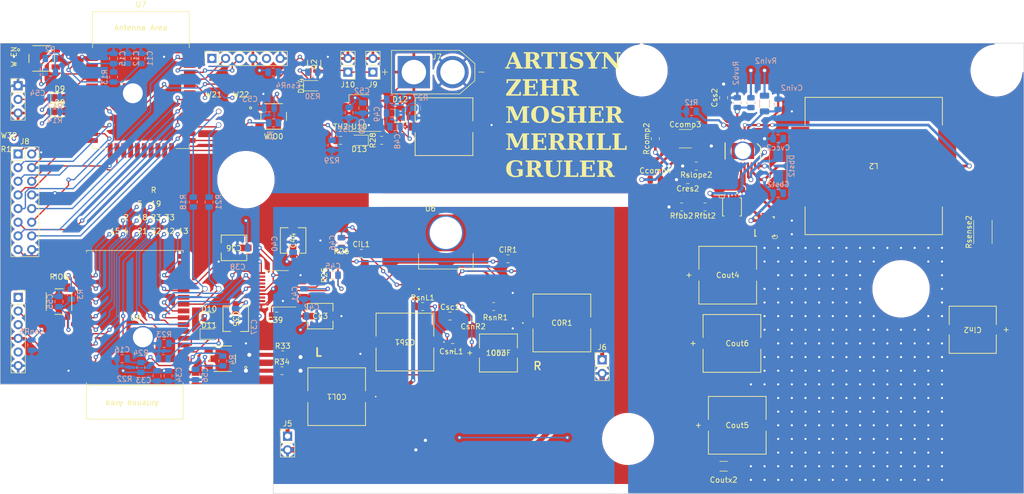
<source format=kicad_pcb>
(kicad_pcb (version 20221018) (generator pcbnew)
  (layers (0 "F.Cu" signal) (31 "B.Cu" signal) (34 "B.Paste" user) (35 "F.Paste" user) (36 "B.SilkS" user "B.Silkscreen") (37 "F.SilkS" user "F.Silkscreen") (38 "B.Mask" user) (39 "F.Mask" user) (44 "Edge.Cuts" user))
  (net 0 "")
  (net 2 "RXD0_ROVER")
  (net 3 "TXD0_ROVER")
  (net 4 "3.3V")
  (net 6 "GND")
  (net 8 "RXD0_WROOM")
  (net 9 "TXD0_WROOM")
  (net 11 "Net-(U13-Out_B)")
  (net 12 "Net-(J13-Pin_1)")
  (net 13 "Net-(U13-Out_A)")
  (net 14 "Net-(J14-Pin_1)")
  (net 15 "14V")
  (net 16 "AGND")
  (net 17 "EN_WROOM")
  (net 18 "EN_ROVER")
  (net 19 "Net-(U9-LDOO)")
  (net 20 "Net-(U9-CAPP)")
  (net 21 "Net-(U9-CAPM)")
  (net 22 "Net-(U9-VNEG)")
  (net 23 "Right_Audio")
  (net 24 "Left_Audio")
  (net 25 "5V")
  (net 26 "Net-(C53-Pad2)")
  (net 27 "Net-(C54-Pad2)")
  (net 28 "Net-(C55-Pad2)")
  (net 29 "Net-(C56-Pad2)")
  (net 30 "Net-(U13-Bias)")
  (net 31 "Net-(Dbst2-K)")
  (net 32 "Net-(M3-Back)")
  (net 33 "Net-(Ccomp3-Pad1)")
  (net 34 "Net-(U11-FB)")
  (net 35 "Net-(U11-COMP)")
  (net 36 "Net-(U13-In_B)")
  (net 37 "Net-(U13-In_A)")
  (net 38 "Net-(U11-RES)")
  (net 39 "Net-(CsnL3-Pad1)")
  (net 40 "Net-(CsnR7-Pad1)")
  (net 41 "Net-(U11-SS)")
  (net 42 "Net-(Dbst2-A)")
  (net 43 "Net-(U11-VIN)")
  (net 44 "Net-(D8-K)")
  (net 45 "Net-(D8-A)")
  (net 46 "Net-(D9-K)")
  (net 47 "Net-(D9-A)")
  (net 48 "Net-(D10-K)")
  (net 49 "Net-(D10-A)")
  (net 50 "Net-(D11-K)")
  (net 51 "Net-(D11-A)")
  (net 52 "Net-(D12-K)")
  (net 53 "Net-(D13-K)")
  (net 54 "Net-(D14-K)")
  (net 55 "Net-(D14-A)")
  (net 56 "R1_PIN")
  (net 57 "G1_PIN")
  (net 58 "B1_PIN")
  (net 59 "R2_PIN")
  (net 60 "G2_PIN")
  (net 61 "B2_PIN")
  (net 62 "A_PIN")
  (net 63 "B_PIN")
  (net 64 "C_PIN")
  (net 65 "D_PIN")
  (net 66 "CLK_PIN")
  (net 67 "STB")
  (net 68 "Net-(J10-Pin_1)")
  (net 69 "Net-(U11-CSN)")
  (net 70 "Light_Reading")
  (net 71 "Net-(M3-G)")
  (net 72 "Net-(M4-GATE)")
  (net 73 "WROOM_TO_FANS")
  (net 74 "IO0_WROOM")
  (net 75 "IO0_ROVER")
  (net 76 "WROOM_TALK_TX")
  (net 77 "ROVER_TALK_RX")
  (net 78 "WROOM_TALK_RX")
  (net 79 "ROVER_TALK_TX")
  (net 80 "Net-(U9-OUTL)")
  (net 81 "Net-(U9-OUTR)")
  (net 82 "Therm_Reading")
  (net 83 "Net-(U11-SLOPE)")
  (net 84 "Net-(U11-SYNCIN_RT)")
  (net 85 "Net-(U11-UVLO)")
  (net 86 "WIO32")
  (net 87 "OE_PIN")
  (net 88 "WIO21")
  (net 89 "WIO22")
  (net 90 "RIO36")
  (net 91 "RIO35")
  (net 92 "RIO32")
  (net 93 "RIO33")
  (net 94 "I2S_DATA")
  (net 95 "I2S-BCK")
  (net 96 "RIO12")
  (net 97 "RIO13")
  (net 98 "RIO15")
  (net 99 "RIO2")
  (net 100 "RIO4")
  (net 101 "RIO5")
  (net 102 "RIO18")
  (net 103 "RIO19")
  (net 104 "RIO21")
  (net 105 "I2S-WS")
  (net 106 "RIO23")
  (net 109 "unconnected-(U11-PAD-Pad21)")
  (net 110 "unconnected-(U13-TAB-Pad8)")
  (footprint "MountingHole:MountingHole_2.7mm" (layer "F.Cu") (at 88.9 73.66)
    (fp_text reference "H9" hide)
    (fp_text value "MountingHole" hide)
  )
  (footprint "Package_SO:TSSOP-20_4.4x6.5mm_P0.65mm" (layer "F.Cu") (at 94.62 93.98 180)
    (fp_text reference "U9" hide)
    (fp_text value "PCM5102A")
  )
  (footprint "Artisyn_Components:IND_R3-R_EAT" (layer "F.Cu") (at 205.74 71.12 180)
    (fp_text reference "L2")
    (fp_text value " 3.3 µH" hide)
  )
  (footprint "Capacitor_SMD:C_1206_3216Metric" (layer "F.Cu") (at 177.8 127)
    (fp_text reference "Coutx2")
    (fp_text value "47.0 uF" hide)
  )
  (footprint "Resistor_SMD:R_0805_2012Metric" (layer "F.Cu") (at 135.001 97.282 180)
    (fp_text reference "RsnR1")
    (fp_text value "2.7" hide)
  )
  (footprint "LED_SMD:LED_0805_2012Metric" (layer "F.Cu") (at 82.05 99.365)
    (fp_text reference "D10")
    (fp_text value "LED" hide)
  )
  (footprint "Capacitor_SMD:C_0805_2012Metric" (layer "F.Cu") (at 127.381 104.902)
    (fp_text reference "CsnL1")
    (fp_text value ".1uF" hide)
  )
  (footprint "Capacitor_SMD:C_0805_2012Metric" (layer "F.Cu") (at 131.191 99.314 180)
    (fp_text reference "CsnR2")
    (fp_text value ".1uF" hide)
  )
  (footprint "Artisyn_Components:EX_DAC_ELEC_CAPS_10uF" (layer "F.Cu") (at 102.7226 99.06)
    (fp_text reference "C43")
    (fp_text value "10uF" hide)
  )
  (footprint "Resistor_SMD:R_2512_6332Metric" (layer "F.Cu") (at 226.06 83.3975 90)
    (fp_text reference "Rsense2")
    (fp_text value "1.5m" hide)
  )
  (footprint "Resistor_SMD:R_0805_2012Metric" (layer "F.Cu") (at 106.5375 66.345 180)
    (fp_text reference "TH2")
    (fp_text value "Thermistor" hide)
  )
  (footprint "MountingHole:MountingHole_2.7mm" (layer "F.Cu") (at 228.6 53.34)
    (fp_text reference "H8" hide)
    (fp_text value "MountingHole" hide)
  )
  (footprint "Capacitor_SMD:C_1812_4532Metric" (layer "F.Cu") (at 170.67 66.04)
    (fp_text reference "Ccomp3")
    (fp_text value "18.0 nF" hide)
  )
  (footprint "Package_TO_SOT_SMD:SOT-223-3_TabPin2" (layer "F.Cu") (at 109.99 61.265 180)
    (fp_text reference "U10")
    (fp_text value "AMS1117-3.3" hide)
  )
  (footprint "Connector_PinHeader_2.54mm:PinHeader_1x02_P2.54mm_Vertical" (layer "F.Cu") (at 96.647 121.407)
    (fp_text reference "J5")
    (fp_text value "To_Speaker_L" hide)
  )
  (footprint "MountingHole:MountingHole_2.7mm" (layer "F.Cu") (at 162.56 53.34)
    (fp_text reference "H7" hide)
    (fp_text value "MountingHole" hide)
  )
  (footprint "Artisyn_Components:Audio_100uF" (layer "F.Cu") (at 135.89 105.918)
    (fp_text reference "Cb3")
    (fp_text value "100uF")
  )
  (footprint "Connector_PinHeader_2.54mm:PinHeader_1x03_P2.54mm_Vertical" (layer "F.Cu") (at 46.49 56.185)
    (fp_text reference "LightSensorConnector2" hide)
    (fp_text value "Conn_01x03_Pin" hide)
  )
  (footprint "Connector_PinHeader_2.54mm:PinHeader_2x08_P2.54mm_Vertical" (layer "F.Cu") (at 46.49 68.885)
    (fp_text reference "J8")
    (fp_text value "HUB75")
  )
  (footprint "MountingHole:MountingHole_2.7mm" (layer "F.Cu") (at 210.82 93.98)
    (fp_text reference "H6" hide)
    (fp_text value "MountingHole" hide)
  )
  (footprint "Artisyn_Components:Audio_1000uF" (layer "F.Cu") (at 105.791 114.046 180)
    (fp_text reference "C0L1")
    (fp_text value "1000uF" hide)
  )
  (footprint "MountingHole:MountingHole_2.7mm" (layer "F.Cu") (at 160.02 121.92)
    (fp_text reference "H10" hide)
    (fp_text value "MountingHole" hide)
  )
  (footprint "Artisyn_Components:CSD17581Q3A" (layer "F.Cu") (at 179.3621 78.74 -90)
    (fp_text reference "M4" hide)
    (fp_text value "CSD17581Q3A" hide)
  )
  (footprint "PCM_Espressif:ESP32-WROOM-32E" (layer "F.Cu") (at 69.35 56.875)
    (fp_text reference "U7")
    (fp_text value "ESP32-WROOM-E")
  )
  (footprint "Resistor_SMD:R_0805_2012Metric" (layer "F.Cu") (at 106.68 85.3725 90)
    (fp_text reference "R26")
    (fp_text value "470" hide)
  )
  (footprint "Artisyn_Components:Boot_Switches" (layer "F.Cu") (at 84.59 106.985 180)
    (fp_text reference "SW8" hide)
    (fp_text value "SW_Push")
  )
  (footprint "Artisyn_Components:EX_DAC_ELEC_CAPS_10uF" (layer "F.Cu") (at 86.6775 86.36 180)
    (fp_text reference "C36")
    (fp_text value "10uF" hide)
  )
  (footprint "LED_SMD:LED_0805_2012Metric" (layer "F.Cu") (at 109.99 66.345 180)
    (fp_text reference "D13")
    (fp_text value "RED LED" hide)
  )
  (footprint "LED_SMD:LED_0805_2012Metric" (layer "F.Cu") (at 117.61 61.265 90)
    (fp_text reference "D12")
    (fp_text value "RED LED" hide)
  )
  (footprint "LED_SMD:LED_0805_2012Metric" (layer "F.Cu") (at 82.05 102.405)
    (fp_text reference "D11")
    (fp_text value "LED" hide)
  )
  (footprint "Capacitor_SMD:C_0805_2012Metric" (layer "F.Cu") (at 110.363 87.376)
    (fp_text reference "CiL1")
    (fp_text value ".1uF" hide)
  )
  (footprint "Artisyn_Components:LM512220A_L" (layer "F.Cu") (at 181.379998 68.320001 -90)
    (fp_text reference "U11" hide)
    (fp_text value "LM5122MH/NOPB" hide)
  )
  (footprint "Connector_PinHeader_2.54mm:PinHeader_1x02_P2.54mm_Vertical" (layer "F.Cu") (at 107.88 53.645 180)
    (fp_text reference "J10")
    (fp_text value "fan connector" hide)
  )
  (footprint "Artisyn_Components:AMASS_XT60-M" (layer "F.Cu") (at 123.75 53.645)
    (fp_text reference "J7")
    (fp_text value "XT60-M")
  )
  (footprint "Capacitor_SMD:C_0805_2012Metric" (layer "F.Cu") (at 94.62 99.06 180)
    (fp_text reference "C39")
    (fp_text value "2.2uF" hide)
  )
  (footprint "Artisyn_Components:EX_DAC_ELEC_CAPS_10uF" (layer "F.Cu") (at 87 99.5426 -90)
    (fp_text reference "C35")
    (fp_text value "10uF" hide)
  )
  (footprint "Resistor_SMD:R_0805_2012Metric" (layer "F.Cu") (at 114.1575 66.345)
    (fp_text reference "R28")
    (fp_text value "1k" hide)
  )
  (footprint "Capacitor_SMD:C_0805_2012Metric" (layer "F.Cu") (at 165.1 73.66)
    (fp_text reference "Ccomp4")
    (fp_text value " 1.0 nF" hide)
  )
  (footprint "LED_SMD:LED_0805_2012Metric" (layer "F.Cu") (at 54.2525 60.96)
    (fp_text reference "D8")
    (fp_text value "LED" hide)
  )
  (footprint "Capacitor_SMD:C_0805_2012Metric" (layer "F.Cu") (at 171.13 73.66 180)
    (fp_text reference "Cres2")
    (fp_text value " 470.0 nF" hide)
  )
  (footprint "Capacitor_SMD:C_0805_2012Metric" (layer "F.Cu") (at 177.8 58.42 90)
    (fp_text reference "Css2")
    (fp_text value " 33.0 nF" hide)
  )
  (footprint "Artisyn_Components:Boot_Switches" (layer "F.Cu") (at 94.065001 61.900001)
    (fp_text reference "WIO0")
    (fp_text value "SW_Push" hide)
  )
  (footprint "LED_SMD:LED_0805_2012Metric" (layer "F.Cu") (at 101.312486 56.185)
    (fp_text reference "D14")
    (fp_text value "RED LED" hide)
  )
  (footprint "Artisyn_Components:EX_DAC_ELEC_CAPS_10uF" (layer "F.Cu") (at 97.68105 84.98105 90)
    (fp_text reference "C44")
    (fp_text value "10uF" hide)
  )
  (footprint "Artisyn_Components:Boot_Switches" (layer "F.Cu") (at 54.11 96.351252 -90)
    (fp_text reference "RIO0")
    (fp_text value "SW_Push" hide)
  )
  (footprint "Artisyn_Components:Boot_Switches" (layer "F.Cu") (at 50.885001 51.105)
    (fp_text reference "W EN")
    (fp_text value "SW_Push" hide)
  )
  (footprint "Connector_PinHeader_2.54mm:PinHeader_1x02_P2.54mm_Vertical" (layer "F.Cu") (at 112.53 53.645 180)
    (fp_text reference "J9")
    (fp_text value "fan connector" hide)
  )
  (footprint "Resistor_SMD:R_0805_2012Metric" (layer "F.Cu") (at 95.6075 109.22)
    (fp_text reference "R34")
    (fp_text value "0" hide)
  )
  (footprint "Artisyn_Components:Audio_1000uF" (layer "F.Cu") (at 118.491 103.886 180)
    (fp_text reference "C3b1")
    (fp_text value "1000uF")
  )
  (footprint "LED_SMD:LED_0805_2012Metric" (layer "F.Cu") (at 54.2525 58.42)
    (fp_text reference "D9")
    (fp_text value "LED" hide)
  )
  (footprint "Resistor_SMD:R_0805_2012Metric" (layer "F.Cu") (at 95.758 106.27)
    (fp_text reference "R33")
    (fp_text value "0" hide)
  )
  (footprint "Capacitor_SMD:C_0805_2012Metric" (layer "F.Cu") (at 137.668 88.392)
    (fp_text reference "CiR1")
    (fp_text value ".1uF" hide)
  )
  (footprint "PCM_Espressif:ESP32-WROVER-E" (layer "F.Cu") (at 68.22 102.54 180)
    (fp_text reference "U8")
    (fp_text value "ESP32-WROVER-E")
  )
  (footprint "Artisyn_Components:Audio_1000uF" (layer "F.Cu") (at 147.701 100.33)
    (fp_text reference "C0R1")
    (fp_text value "1000uF" hide)
  )
  (footprint "Artisyn_Components:CSD17309Q3" (layer "F.Cu") (at 185.417099 82.381999 90)
    (fp_text reference "M3" hide)
    (fp_text value "CSD17581Q3" hide)
  )
  (footprint "Artisyn_Components:PCAP_SVP_F12_PAN" (layer "F.Cu") (at 179.3494 104.14)
    (fp_text reference "Cout6")
    (fp_text value "560.0 uF" hide)
  )
  (footprint "Artisyn_Components:PCAP_SVP_F12_PAN" (layer "F.Cu") (at 180.34 119.38)
    (fp_text reference "Cout5")
    (fp_text value "560.0 uF" hide)
  )
  (footprint "Artisyn_Components:Fan_MOSFET" (layer "F.Cu") (at 101.6 52.21625 90)
    (fp_text reference "Q2")
    (fp_text value "Fan_NMOS" hide)
  )
  (footprint "Artisyn_Components:LM4752" (layer "F.Cu") (at 126.111 87.726)
    (fp_text reference "U6")
    (fp_text value "LM4752TS")
  )
  (footprint "Resistor_SMD:R_0805_2012Metric" (layer "F.Cu") (at 121.793 97.282)
    (fp_text reference "RsnL1")
    (fp_text value "2.7" hide)
  )
  (footprint "Connector_PinHeader_2.54mm:PinHeader_1x02_P2.54mm_Vertical" (layer "F.Cu") (at 155.194 107.183)
    (fp_text reference "J6")
    (fp_text value "To_Speaker_R" hide)
  )
  (footprint "Capacitor_SMD:C_0805_2012Metric" (layer "F.Cu") (at 126.873 99.06)
    (fp_text reference "Csc1")
    (fp_text value ".1uF" hide)
  )
  (footprint "Artisyn_Components:Audio_1000uF" (layer "F.Cu") (at 125.7634 63.805)
    (fp_text reference "C47" hide)
    (fp_text value "1000uF" hide)
  )
  (footprint "Artisyn_Components:PCAP_SVP_E7_PAN" (layer "F.Cu") (at 224.1677 101.6 180)
    (fp_text reference "Cin2")
    (fp_text value "270uF" hide)
  )
  (footprint "Resistor_SMD:R_0805_2012Metric" (layer "F.Cu") (at 172.72 71.12 180)
    (fp_text reference "Rslope2")
    (fp_text value " 150.0k" hide)
  )
  (footprint "Connector_PinSocket_2.54mm:PinSocket_1x06_P2.54mm_Vertical" (layer "F.Cu") (at 46.515 95.58)
    (fp_text reference "Boot2ROVER2" hide)
    (fp_text value "~" hide)
  )
  (footprint "Resistor_SMD:R_0805_2012Metric" (layer "F.Cu") (at 165.1 66.04 90)
    (fp_text reference "Rcomp2")
    (fp_text value " 23.7k" hide)
  )
  (footprint "Resistor_SMD:R_0805_2012Metric" (layer "F.Cu") (at 105.1275 91.44)
    (fp_text reference "R25")
    (fp_text value "470" hide)
  )
  (footprint "Artisyn_Components:PCAP_SVP_F12_PAN" (layer "F.Cu") (at 178.5747 91.44)
    (fp_text reference "Cout4")
    (fp_text value "560.0 uF" hide)
  )
  (footprint "Resistor_SMD:R_0805_2012Metric" (layer "F.Cu") (at 169.9825 78.74 180)
    (fp_text reference "Rfbb2")
    (fp_text value "3.65k" hide)
  )
  (footprint "Connector_PinSocket_2.54mm:PinSocket_1x06_P2.54mm_Vertical" (layer "F.Cu") (at 82.575 51.105 90)
    (fp_text reference "Boot2WROOM2" hide)
    (fp_text value "~" hide)
  )
  (footprint "Resistor_SMD:R_0805_2012Metric" (layer "F.Cu") (at 174.3475 78.74 180)
    (fp_text reference "Rfbt2")
    (fp_text value " 39.0k" hide)
  )
  (footprint "Capacitor_SMD:C_0805_2012Metric" (layer "B.Cu") (at 79.51 109.944104 90)
    (fp_text reference "C56")
    (fp_text value ".1uF" hide)
  )
  (footprint "Capacitor_SMD:C_0805_2012Metric" (layer "B.Cu") (at 72.36 110.17 -90)
    (fp_text reference "C33")
    (fp_text value "22uF" hide)
  )
  (footprint "Resistor_SMD:R_0805_2012Metric" (layer "B.Cu") (at 73.5175 106.985 180)
    (fp_text reference "R24")
    (fp_text value "1k" hide)
  )
  (footprint "Capacitor_SMD:C_0805_2012Metric" (layer "B.Cu") (at 69.35 51.105 90)
    (fp_text reference "C11")
    (fp_text value ".1uF" hide)
  )
  (footprint "Resistor_SMD:R_0805_2012Metric" (layer "B.Cu") (at 182.88 59.3325 -90)
    (fp_text reference "Ruvt2" hide)
    (fp_text value "49.9k" hide)
  )
  (footprint "Capacitor_SMD:C_0805_2012Metric" (layer "B.Cu") (at 116.02 61.265)
    (fp_text reference "C49")
    (fp_text value ".1uF" hide)
  )
  (footprint "Resistor_SMD:R_0805_2012Metric" (layer "B.Cu") (at 73.66 104.14 180)
    (fp_text reference "R23")
    (fp_text value "1k" hide)
  )
  (footprint "Resistor_SMD:R_0805_2012Metric" (layer "B.Cu") (at 69.35 108.6125 90)
    (fp_text reference "R22")
    (fp_text value "10k" hide)
  )
  (footprint "Resistor_SMD:R_0805_2012Metric" (layer "B.Cu") (at 171.8075 60.96 180)
    (fp_text reference "Rt2")
    (fp_text value " 41.2k" hide)
  )
  (footprint "Capacitor_SMD:C_0805_2012Metric" (layer "B.Cu") (at 65.86 106.985 180)
    (fp_text reference "C16")
    (fp_text value ".1uF" hide)
  )
  (footprint "Resistor_SMD:R_0805_2012Metric" (layer "B.Cu") (at 84.59 107.404104 90)
    (fp_text reference "R4")
    (fp_text value "100" hide)
  )
  (footprint "Capacitor_SMD:C_0805_2012Metric" (layer "B.Cu") (at 64.27 51.105 90)
    (fp_text reference "C15")
    (fp_text value ".1uF" hide)
  )
  (footprint "Resistor_SMD:R_0805_2012Metric" (layer "B.Cu") (at 64.27 54.5575 -90)
    (fp_text reference "R13")
    (fp_text value "10k" hide)
  )
  (footprint "Capacitor_SMD:C_0805_2012Metric" (layer "B.Cu") (at 116.66 63.805)
    (fp_text reference "C48")
    (fp_text value ".1uF" hide)
  )
  (footprint "Capacitor_SMD:C_0805_2012Metric" (layer "B.Cu") (at 97.68105 86.21195 -90)
    (fp_text reference "C40")
    (fp_text value "0.1uF" hide)
  )
  (footprint "Capacitor_SMD:C_0805_2012Metric" (layer "B.Cu") (at 101.1326 99.06 180)
    (fp_text reference "C42")
    (fp_text value "0.1uF" hide)
  )
  (footprint "Capacitor_SMD:C_0805_2012Metric" (layer "B.Cu") (at 99.7 94.93 -90)
    (fp_text reference "C41")
    (fp_text value "2.2uF" hide)
  )
  (footprint "Capacitor_SMD:C_0805_2012Metric" (layer "B.Cu") (at 187.96 59.625 90)
    (fp_text reference "Cvin2")
    (fp_text value " 470.0 nF" hide)
  )
  (footprint "Diode_SMD:D_SMA" (layer "B.Cu") (at 187.96 71.12 90)
    (fp_text reference "Dbst2")
    (fp_text value "D_Schottky" hide)
  )
  (footprint "Resistor_SMD:R_0805_2012Metric" (layer "B.Cu") (at 53.34 60.96)
    (fp_text reference "R14")
    (fp_text value "1k" hide)
  )
  (footprint "Resistor_SMD:R_0805_2012Metric" (layer "B.Cu") (at 120.15 61.265 -90)
    (fp_text reference "R27")
    (fp_text value "2k" hide)
  )
  (footprint "Capacitor_SMD:C_0805_2012Metric" (layer "B.Cu") (at 108.11 61.19 -90)
    (fp_text reference "C51")
    (fp_text value ".1uF" hide)
  )
  (footprint "Capacitor_SMD:C_0805_2012Metric" (layer "B.Cu") (at 52.52 53.645)
    (fp_text reference "C54")
    (fp_text value ".1uF" hide)
  )
  (footprint "Capacitor_SMD:C_0805_2012Metric" (layer "B.Cu") (at 187.96 76.2 180)
    (fp_text reference "Cbst2")
    (fp_text value "470.0 nF" hide)
  )
  (footprint "Capacitor_SMD:C_0805_2012Metric" (layer "B.Cu") (at 105.09 91.44 180)
    (fp_text reference "C45")
    (fp_text value "2.2nF" hide)
  )
  (footprint "Resistor_SMD:R_1206_3216Metric" (layer "B.Cu") (at 185.42 59.4975 -90)
    (fp_text reference "Rvin2")
    (fp_text value "3.01" hide)
  )
  (footprint "Resistor_SMD:R_0805_2012Metric" (layer "B.Cu") (at 180.34 59.3325 90)
    (fp_text reference "Ruvb2")
    (fp_text value "19.1k" hide)
  )
  (footprint "Resistor_SMD:R_0805_2012Metric" (layer "B.Cu") (at 101.337486 53.645)
    (fp_text reference "R30")
    (fp_text value "1k" hide)
  )
  (footprint "Capacitor_SMD:C_0805_2012Metric" (layer "B.Cu") (at 66.81 51.105 90)
    (fp_text reference "C12")
    (fp_text value "22uF" hide)
  )
  (footprint "Capacitor_SMD:C_0805_2012Metric" (layer "B.Cu") (at 187.96 66.04)
    (fp_text reference "Cvcc2")
    (fp_text value "10.0 uF" hide)
  )
  (footprint "Capacitor_SMD:C_0805_2012Metric" (layer "B.Cu") (at 110.65 60.315 -90)
    (fp_text reference "C52")
    (fp_text value "10uF" hide)
  )
  (footprint "Resistor_SMD:R_0805_2012Metric" (layer "B.Cu") (at 52.4825 51.105 180)
    (fp_text reference "R2")
    (fp_text value "100" hide)
  )
  (footprint "Capacitor_SMD:C_0805_2012Metric" (layer "B.Cu") (at 88.2675 86.36)
    (fp_text reference "C38")
    (fp_text value "0.1uF" hide)
  )
  (footprint "Capacitor_SMD:C_0805_2012Metric" (layer "B.Cu") (at 106.68 85.41 -90)
    (fp_text reference "C46")
    (fp_text value "2.2nF" hide)
  )
  (footprint "Capacitor_SMD:C_0805_2012Metric" (layer "B.Cu") (at 54.11 96.351252 -90)
    (fp_text reference "C55")
    (fp_text value ".1uF" hide)
  )
  (footprint "Capacitor_SMD:C_0805_2012Metric" (layer "B.Cu") (at 74.43 110.17 -90)
    (fp_text reference "C34")
    (fp_text value ".1uF" hide)
  )
  (footprint "Capacitor_SMD:C_0805_2012Metric" (layer "B.Cu") (at 49.03 104.445 -90)
    (fp_text reference "CsnR5")
    (fp_text value ".1uF" hide)
  )
  (footprint "Capacitor_SMD:C_0805_2012Metric" (layer "B.Cu") (at 116.02 58.725)
    (fp_text reference "C50")
    (fp_text value " 10uF" hide)
  )
  (footprint "Capacitor_SMD:C_0805_2012Metric" (layer "B.Cu") (at 93.98 53.645)
    (fp_text reference "CsnR4")
    (fp_text value ".1uF" hide)
  )
  (footprint "Resistor_SMD:R_0805_2012Metric" (layer "B.Cu") (at 94.047504 63.09 180)
    (fp_text reference "R1")
    (fp_text value "100" hide)
  )
  (footprint "Resistor_SMD:R_0805_2012Metric" (layer "B.Cu") (at 82.05 77.8275 -90)
    (fp_text reference "R21")
    (fp_text value "0")
  )
  (footprint "Capacitor_SMD:C_0805_2012Metric" (layer "B.Cu") (at 87 98.5926 -90)
    (fp_text reference "C37")
    (fp_text value "0.1uF" hide)
  )
  (footprint "Resistor_SMD:R_0805_2012Metric" (layer "B.Cu") (at 104.91 67.2575 -90)
    (fp_text reference "R29")
    (fp_text value "10k" hide)
  )
  (footprint "Resistor_SMD:R_0805_2012Metric" (layer "B.Cu") (at 56.412303 94.984352 90)
    (fp_text reference "R3")
    (fp_text value "100" hide)
  )
  (footprint "Capacitor_SMD:C_0805_2012Metric" (layer "B.Cu") (at 93.200002 60.300002)
    (fp_text reference "C53")
    (fp_text value ".1uF" hide)
  )
  (footprint "Resistor_SMD:R_0805_2012Metric" (layer "B.Cu") (at 53.34 58.42)
    (fp_text reference "R17")
    (fp_text value "1k" hide)
  )
  (footprint "Resistor_SMD:R_0805_2012Metric" (layer "B.Cu") (at 79.1 77.8275 -90)
    (fp_text reference "R18")
    (fp_text value "0")
  )
  (gr_line (start 233.68 48.26) (end 43.18 48.26) (stroke (width 0.1)) (layer "Edge.Cuts"))
  (gr_line (start 233.68 132.08) (end 233.68 111.76) (stroke (width 0.1)) (layer "Edge.Cuts"))
  (gr_line (start 93.98 132.08) (end 157.48 132.08) (stroke (width 0.1)) (layer "Edge.Cuts"))
  (gr_line (start 157.48 132.08) (end 233.68 132.08) (stroke (width 0.1)) (layer "Edge.Cuts"))
  (gr_line (start 93.98 111.76) (end 93.98 132.08) (stroke (width 0.1)) (layer "Edge.Cuts"))
  (gr_line (start 233.68 111.76) (end 233.68 48.26) (stroke (width 0.1)) (layer "Edge.Cuts"))
  (gr_line (start 43.18 48.26) (end 43.18 111.76) (stroke (width 0.1)) (layer "Edge.Cuts"))
  (gr_line (start 43.18 111.76) (end 93.98 111.76) (stroke (width 0.1)) (layer "Edge.Cuts"))
  (gr_text "W32" (at 43.18 66.04) (layer "F.SilkS") (effects (font (size 1 1)) (justify left bottom)))
  (gr_text "R1" (at 43.18 68.58) (layer "F.SilkS") (effects (font (size 1 1)) (justify left bottom)))
  (gr_text "21" (at 68.58 83.82) (layer "F.SilkS") (effects (font (size 1 1)) (justify left bottom)))
  (gr_text "12" (at 73.66 83.82) (layer "F.SilkS") (effects (font (size 1 1)) (justify left bottom)))
  (gr_text "18" (at 68.58 81.28) (layer "F.SilkS") (effects (font (size 1 1)) (justify left bottom)))
  (gr_text "W22" (at 86.36 58.42) (layer "F.SilkS") (effects (font (size 1 1)) (justify left bottom)))
  (gr_text "13" (at 76.2 83.82) (layer "F.SilkS") (effects (font (size 1 1)) (justify left bottom)))
  (gr_text "L" (at 101.6 106.68) (layer "F.SilkS") (effects (font (size 1.5 1.5) (thickness 0.3) bold) (justify left bottom)))
  (gr_text "23" (at 71.12 81.28) (layer "F.SilkS") (effects (font (size 1 1)) (justify left bottom)))
  (gr_text "ARTISYN\nZEHR\nMOSHER\nMERRILL\nGRULER" (at 137.16 73.66) (layer "F.SilkS") (effects (font (size 3 3) (thickness 0.2) bold) (justify left bottom)))
  (gr_text "33" (at 73.66 81.28) (layer "F.SilkS") (effects (font (size 1 1)) (justify left bottom)))
  (gr_text "19" (at 71.12 78.74) (layer "F.SilkS") (effects (font (size 1 1)) (justify left bottom)))
  (gr_text "W21" (at 81.28 58.42) (layer "F.SilkS") (effects (font (size 1 1)) (justify left bottom)))
  (gr_text "4" (at 66.04 83.82) (layer "F.SilkS") (effects (font (size 1 1)) (justify left bottom)))
  (gr_text "5" (at 68.58 78.74) (layer "F.SilkS") (effects (font (size 1 1)) (justify left bottom)))
  (gr_text "15" (at 63.5 83.82) (layer "F.SilkS") (effects (font (size 1 1)) (justify left bottom)))
  (gr_text "R" (at 142.24 109.22) (layer "F.SilkS") (effects (font (size 1.5 1.5) (thickness 0.25) bold) (justify left bottom)))
  (gr_text "2" (at 66.04 81.28) (layer "F.SilkS") (effects (font (size 1 1)) (justify left bottom)))
  (gr_text "32" (at 71.12 83.82) (layer "F.SilkS") (effects (font (size 1 1)) (justify left bottom)))
  (gr_text "R" (at 71.12 76.2) (layer "F.SilkS") (effects (font (size 1 1)) (justify left bottom)))
  (segment (start 46.515 98.12) (end 54.11 105.715) (width 0.25) (layer "F.Cu") (net 2))
  (segment (start 54.11 105.715) (end 59.14 105.715) (width 0.25) (layer "F.Cu") (net 2))
  (segment (start 46.515 100.66) (end 52.84 106.985) (width 0.25) (layer "F.Cu") (net 3))
  (segment (start 52.84 106.985) (end 59.14 106.985) (width 0.25) (layer "F.Cu") (net 3))
  (segment (start 91.44 52.35) (end 91.44 53.34) (width 0.25) (layer "F.Cu") (net 4))
  (segment (start 73.965 109.525) (end 73.66 109.22) (width 0.25) (layer "F.Cu") (net 4))
  (segment (start 90.195 51.105) (end 91.44 52.35) (width 0.25) (layer "F.Cu") (net 4))
  (segment (start 98.5102 96.905) (end 100.6652 99.06) (width 0.25) (layer "F.Cu") (net 4))
  (segment (start 77.3 109.525) (end 73.965 109.525) (width 0.25) (layer "F.Cu") (net 4))
  (segment (start 88.9996 86.0953) (end 88.9996 81.3796) (width 0.25) (layer "F.Cu") (net 4))
  (segment (start 58.42 50.8) (end 59.935 50.8) (width 0.25) (layer "F.Cu") (net 4))
  (segment (start 96.52 88.1995) (end 97.68105 87.03845) (width 0.25) (layer "F.Cu") (net 4))
  (segment (start 99.785 89.1424) (end 97.68105 87.03845) (width 0.25) (layer "F.Cu") (net 4))
  (segment (start 93.98 93.98) (end 93.98 95.373812) (width 0.25) (layer "F.Cu") (net 4))
  (segment (start 106.84 60.8) (end 109.22 58.42) (width 0.25) (layer "F.Cu") (net 4))
  (segment (start 106.84 61.265) (end 106.84 60.8) (width 0.25) (layer "F.Cu") (net 4))
  (segment (start 99.170305 92.355) (end 99.785 91.740305) (width 0.25) (layer "F.Cu") (net 4))
  (segment (start 91.7575 94.955) (end 93.005 94.955) (width 0.25) (layer "F.Cu") (net 4))
  (segment (start 93.005 94.955) (end 93.98 93.98) (width 0.25) (layer "F.Cu") (net 4))
  (segment (start 99.785 91.740305) (end 99.785 89.1424) (width 0.25) (layer "F.Cu") (net 4))
  (segment (start 92.448812 96.905) (end 91.7575 96.905) (width 0.25) (layer "F.Cu") (net 4))
  (segment (start 97.68105 87.03845) (end 97.68105 87.52105) (width 0.25) (layer "F.Cu") (net 4))
  (segment (start 93.98 95.373812) (end 92.448812 96.905) (width 0.25) (layer "F.Cu") (net 4))
  (segment (start 88.7349 86.36) (end 88.9996 86.0953) (width 0.25) (layer "F.Cu") (net 4))
  (segment (start 93.98 93.98) (end 95.605 92.355) (width 0.25) (layer "F.Cu") (net 4))
  (segment (start 96.52 88.9) (end 96.52 88.1995) (width 0.25) (layer "F.Cu") (net 4))
  (segment (start 97.4825 96.905) (end 98.5102 96.905) (width 0.25) (layer "F.Cu") (net 4))
  (segment (start 88.9996 81.3796) (end 88.9 81.28) (width 0.25) (layer "F.Cu") (net 4))
  (segment (start 59.935 50.8) (end 60.27 51.135) (width 0.25) (layer "F.Cu") (net 4))
  (segment (start 97.4825 92.355) (end 99.170305 92.355) (width 0.25) (layer "F.Cu") (net 4))
  (segment (start 95.605 92.355) (end 97.4825 92.355) (width 0.25) (layer "F.Cu") (net 4))
  (segment (start 113.14 61.265) (end 106.84 61.265) (width 0.25) (layer "F.Cu") (net 4))
  (via (at 96.52 88.9) (size 0.8) (drill 0.4) (layers "F.Cu" "B.Cu") (net 4))
  (via (at 91.44 53.34) (size 0.8) (drill 0.4) (layers "F.Cu" "B.Cu") (net 4))
  (via (at 99.06 101.6) (size 0.8) (drill 0.4) (layers "F.Cu" "B.Cu") (net 4))
  (via (at 50.910153 101.489847) (size 0.8) (drill 0.4) (layers "F.Cu" "B.Cu") (net 4))
  (via (at 73.66 109.22) (size 0.8) (drill 0.4) (layers "F.Cu" "B.Cu") (net 4))
  (via (at 88.9 81.28) (size 0.8) (drill 0.4) (layers "F.Cu" "B.Cu") (net 4))
  (via (at 93.98 93.98) (size 0.8) (drill 0.4) (layers "F.Cu" "B.Cu") (net 4))
  (via (at 58.42 50.8) (size 0.8) (drill 0.4) (layers "F.Cu" "B.Cu") (net 4))
  (via (at 109.22 58.42) (size 0.8) (drill 0.4) (layers "F.Cu" "B.Cu") (net 4))
  (via (at 66.04 109.22) (size 0.8) (drill 0.4) (layers "F.Cu" "B.Cu") (net 4))
  (segment (start 50.910153 101.614847) (end 49.03 103.495) (width 0.25) (layer "B.Cu") (net 4))
  (segment (start 66.345 109.525) (end 66.04 109.22) (width 0.25) (layer "B.Cu") (net 4))
  (segment (start 49.03 103.495) (end 46.81 103.495) (width 0.25) (layer "B.Cu") (net 4))
  (segment (start 58.42 50.8) (end 59.675 52.055) (width 0.25) (layer "B.Cu") (net 4))
  (segment (start 69.35 109.525) (end 66.345 109.525) (width 0.25) (layer "B.Cu") (net 4))
  (segment (start 64.27 52.055) (end 66.81 52.055) (width 0.25) (layer "B.Cu") (net 4))
  (segment (start 72.36 109.525) (end 73.355 109.525) (width 0.25) (layer "B.Cu") (net 4))
  (segment (start 96.52 88.9) (end 96.52 88.323) (width 0.25) (layer "B.Cu") (net 4))
  (segment (start 64.27 52.055) (end 64.27 53.645) (width 0.25) (layer "B.Cu") (net 4))
  (segment (start 99.06 101.6) (end 100.1826 100.4774) (width 0.25) (layer "B.Cu") (net 4))
  (segment (start 88.9 81.28) (end 89.2175 81.5975) (width 0.25) (layer "B.Cu") (net 4))
  (segment (start 89.2175 81.5975) (end 89.2175 86.36) (width 0.25) (layer "B.Cu") (net 4))
  (segment (start 96.52 88.323) (end 97.68105 87.16195) (width 0.25) (layer "B.Cu") (net 4))
  (segment (start 59.675 52.055) (end 64.27 52.055) (width 0.25) (layer "B.Cu") (net 4))
  (segment (start 46.81 103.495) (end 46.515 103.2) (width 0.25) (layer "B.Cu") (net 4))
  (segment (start 73.355 109.525) (end 73.66 109.22) (width 0.25) (layer "B.Cu") (net 4))
  (segment (start 50.910153 101.489847) (end 50.910153 101.614847) (width 0.25) (layer "B.Cu") (net 4))
  (segment (start 73.66 109.22) (end 73.965 109.525) (width 0.25) (layer "B.Cu") (net 4))
  (segment (start 109.22 58.42) (end 109.705 58.42) (width 0.25) (layer "B.Cu") (net 4))
  (segment (start 69.35 109.525) (end 72.36 109.525) (width 0.25) (layer "B.Cu") (net 4))
  (segment (start 100.1826 100.4774) (end 100.1826 99.06) (width 0.25) (layer "B.Cu") (net 4))
  (segment (start 109.705 58.42) (end 110.65 59.365) (width 0.25) (layer "B.Cu") (net 4))
  (segment (start 109.22 58.42) (end 109.22 59.13) (width 0.25) (layer "B.Cu") (net 4))
  (segment (start 109.22 59.13) (end 108.11 60.24) (width 0.25) (layer "B.Cu") (net 4))
  (segment (start 92.725 53.34) (end 93.03 53.645) (width 0.25) (layer "B.Cu") (net 4))
  (segment (start 91.44 53.34) (end 92.725 53.34) (width 0.25) (layer "B.Cu") (net 4))
  (segment (start 73.965 109.525) (end 74.43 109.525) (width 0.25) (layer "B.Cu") (net 4))
  (segment (start 178.292815 73.66) (end 179.754997 72.197818) (width 0.4) (layer "F.Cu") (net 6))
  (segment (start 94.695 109.22) (end 88.9 109.22) (width 0.75) (layer "F.Cu") (net 6))
  (segment (start 91.44 60.300002) (end 91.44 58.412504) (width 0.25) (layer "F.Cu") (net 6))
  (segment (start 130.31 63.805) (end 134.315 63.805) (width 0.25) (layer "F.Cu") (net 6))
  (segment (start 181.556135 76.256658) (end 181.556135 75.266084) (width 0.5) (layer "F.Cu") (net 6))
  (segment (start 60.06 50.075) (end 56.605 50.075) (width 0.25) (layer "F.Cu") (net 6))
  (segment (start 174.533834 73.66) (end 171.993834 71.12) (width 0.4) (layer "F.Cu") (net 6))
  (segment (start 83.82 87.1601) (end 83.82 88.92) (width 0.25) (layer "F.Cu") (net 6))
  (segment (start 218.44 102.8319) (end 218.44 104.14) (width 0.75) (layer "F.Cu") (net 6))
  (segment (start 93.98 88.9) (end 91.44 86.36) (width 0.25) (layer "F.Cu") (net 6))
  (segment (start 177.976776 67.407107) (end 179.104999 66.278884) (width 0.5) (layer "F.Cu") (net 6))
  (segment (start 91.44 58.412504) (end 92.147504 57.705) (width 0.25) (layer "F.Cu") (net 6))
  (segment (start 57.455 110.795) (end 55.88 109.22) (width 0.25) (layer "F.Cu") (net 6))
  (segment (start 96.360001 91.44) (end 96.745001 91.055) (width 0.25) (layer "F.Cu") (net 6))
  (segment (start 219.6719 101.6) (end 220.7133 101.6) (width 0.25) (layer "F.Cu") (net 6))
  (segment (start 63.63 70.99) (end 63.5 71.12) (width 0.25) (layer "F.Cu") (net 6))
  (segment (start 56.605 50.075) (end 55.88 50.8) (width 0.25) (layer "F.Cu") (net 6))
  (segment (start 96.745001 91.055) (end 97.4825 91.055) (width 0.25) (layer "F.Cu") (net 6))
  (segment (start 184.046115 66.670002) (end 184.789998 66.670002) (width 0.4) (layer "F.Cu") (net 6))
  (segment (start 113.075 63.5) (end 113.14 63.565) (width 0.25) (layer "F.Cu") (net 6))
  (segment (start 103.835 51.105) (end 104.14 50.8) (width 0.25) (layer "F.Cu") (net 6))
  (segment (start 170.18 73.66) (end 169.03 73.66) (width 0.5) (layer "F.Cu") (net 6))
  (segment (start 111.76 63.5) (end 113.075 63.5) (width 0.25) (layer "F.Cu") (net 6))
  (segment (start 79.725 93.015) (end 83.82 88.92) (width 0.25) (layer "F.Cu") (net 6))
  (segment (start 219.6719 101.6) (end 218.44 102.8319) (width 0.75) (layer "F.Cu") (net 6))
  (segment (start 174.533834 73.66) (end 178.292815 73.66) (width 0.4) (layer "F.Cu") (net 6))
  (segment (start 187.96 119.38) (end 190.5 116.84) (width 0.75) (layer "F.Cu") (net 6))
  (segment (start 175.512105 67.407107) (end 177.976776 67.407107) (width 0.5) (layer "F.Cu") (net 6))
  (segment (start 91.7575 96.255) (end 91.020001 96.255) (width 0.25) (layer "F.Cu") (net 6))
  (segment (start 179.104999 66.102108) (end 179.104999 65.520002) (width 0.25) (layer "F.Cu") (net 6))
  (segment (start 49.03 76.505) (end 53.035 76.505) (width 0.25) (layer "F.Cu") (net 6))
  (segment (start 185.42 92.9259) (end 183.9341 91.44) (width 0.75) (layer "F.Cu") (net 6))
  (segment (start 181.054997 71.12) (end 181.054997 72.949999) (width 0.4) (layer "F.Cu") (net 6))
  (segment (start 184.789998 66.670002) (end 185.42 66.04) (width 0.4) (layer "F.Cu") (net 6))
  (segment (start 171.8075 71.12) (end 170.18 71.12) (width 0.5) (layer "F.Cu") (net 6))
  (segment (start 183.6547 104.14) (end 183.920378 104.14) (width 0.25) (layer "F.Cu") (net 6))
  (segment (start 55.709999 93.726251) (end 55.626251 93.726251) (width 0.25) (layer "F.Cu") (net 6))
  (segment (start 87 101.6) (end 88.9 103.5) (width 0.25) (layer "F.Cu") (net 6))
  (segment (start 183.9341 91.44) (end 182.88 91.44) (width 0.25) (layer "F.Cu") (net 6))
  (segment (start 134.315 63.805) (end 134.62 63.5) (width 0.25) (layer "F.Cu") (net 6))
  (segment (start 50.8 69.655) (end 50.8 68.58) (width 0.25) (layer "F.Cu") (net 6))
  (segment (start 185.742097 84.226999) (end 185.742097 86.037903) (width 0.25) (layer "F.Cu") (net 6))
  (segment (start 181.004999 74.714948) (end 181.004999 72.999997) (width 0.5) (layer "F.Cu") (net 6))
  (segment (start 93.98 92.773812) (end 92.448812 94.305) (width 0.25) (layer "F.Cu") (net 6))
  (segment (start 177.8 57.47) (end 177.8 55.88) (width 0.4) (layer "F.Cu") (net 6))
  (segment (start 89.53 106.27) (end 87.215001 108.584999) (width 0.25) (layer "F.Cu") (net 6))
  (segment (start 179.754997 72.197818) (end 179.754997 71.12) (width 0.4) (layer "F.Cu") (net 6))
  (segment (start 85.005 110.795) (end 87.215001 108.584999) (width 0.25) (layer "F.Cu") (net 6))
  (segment (start 218.44 100.3681) (end 219.6719 101.6) (width 0.75) (layer "F.Cu") (net 6))
  (segment (start 91.7575 91.055) (end 91.7575 89.2175) (width 0.25) (layer "F.Cu") (net 6))
  (segment (start 91.020001 96.255) (end 90.695 96.580001) (width 0.25) (layer "F.Cu") (net 6))
  (segment (start 84.6201 86.36) (end 83.82 87.1601) (width 0.25) (layer "F.Cu") (net 6))
  (segment (start 89.31 104.14) (end 88.9 104.14) (width 0.25) (layer "F.Cu") (net 6))
  (segment (start 63.63 68.225) (end 63.63 70.99) (width 0.25) (layer "F.Cu") (net 6))
  (segment (start 90.695 96.580001) (end 90.695 98.315) (width 0.25) (layer "F.Cu") (net 6))
  (segment (start 59.14 110.795) (end 57.455 110.795) (width 0.25) (layer "F.Cu") (net 6))
  (segment (start 92.448812 94.305) (end 91.7575 94.305) (width 0.25) (layer "F.Cu") (net 6))
  (segment (start 179.275 127) (end 182.88 127) (width 0.75) (layer "F.Cu") (net 6))
  (segment (start 88.9 103.5) (end 88.9 104.14) (width 0.25) (layer "F.Cu") (net 6))
  (segment (start 169.07 78.74) (end 167.64 78.74) (width 0.5) (layer "F.Cu") (net 6))
  (segment (start 171.993834 71.12) (end 171.8075 71.12) (width 0.4) (layer "F.Cu") (net 6))
  (segment (start 185.42 89.9541) (end 185.42 88.9) (width 0.75) (layer "F.Cu") (net 6))
  (segment (start 77.3 110.795) (end 85.005 110.795) (width 0.25) (layer "F.Cu") (net 6))
  (segment (start 91.7575 89.2175) (end 91.44 88.9) (width 0.25) (layer "F.Cu") (net 6))
  (segment (start 183.654997 65.520002) (end 183.654997 66.278884) (width 0.4) (layer "F.Cu") (net 6))
  (segment (start 185.42 93.98) (end 185.42 92.9259) (width 0.75) (layer "F.Cu") (net 6))
  (segment (start 55.626251 93.726251) (end 53.34 91.44) (width 0.25) (layer "F.Cu") (net 6))
  (segment (start 77.1 49.865) (end 76.925 50.04) (width 0.25) (layer "F.Cu") (net 6))
  (segment (start 49.03 71.425) (end 50.8 69.655) (width 0.25) (layer "F.Cu") (net 6))
  (segment (start 185.742097 86.037903) (end 185.42 86.36) (width 0.25) (layer "F.Cu") (net 6))
  (segment (start 89.53 106.27) (end 89.53 104.36) (width 0.25) (layer "F.Cu") (net 6))
  (segment (start 76.925 50.04) (end 74.42 50.04) (width 0.25) (layer "F.Cu") (net 6))
  (segment (start 183.920378 104.14) (end 184.27393 104.14) (width 0.75) (layer "F.Cu") (net 6))
  (segment (start 184.6453 119.38) (end 187.96 119.38) (width 0.75) (layer "F.Cu") (net 6))
  (segment (start 78.43 49.865) (end 77.1 49.865) (width 0.25) (layer "F.Cu") (net 6))
  (segment (start 48.944999 49.505001) (end 47.014999 49.505001) (width 0.25) (layer "F.Cu") (net 6))
  (segment (start 93.98 91.44) (end 93.98 88.9) (width 0.25) (layer "F.Cu") (net 6))
  (segment (start 53.035 76.505) (end 53.34 76.2) (width 0.25) (layer "F.Cu") (net 6))
  (segment (start 184.27393 104.14) (end 187.96 100.45393) (width 0.75) (layer "F.Cu") (net 6))
  (segment (start 89.53 104.36) (end 89.31 104.14) (width 0.25) (layer "F.Cu") (net 6))
  (segment (start 181.004999 72.999997) (end 181.054997 72.949999) (width 0.5) (layer "F.Cu") (net 6))
  (segment (start 218.44 100.3681) (end 218.44 99.06) (width 0.75) (layer "F.Cu") (net 6))
  (segment (start 179.104999 66.278884) (end 179.104999 66.102108) (width 0.5) (layer "F.Cu") (net 6))
  (segment (start 47.014999 49.505001) (end 45.72 50.8) (width 0.25) (layer "F.Cu") (net 6))
  (segment (start 181.556135 75.266084) (end 181.004999 74.714948) (width 0.5) (layer "F.Cu") (net 6))
  (segment (start 183.9341 91.44) (end 185.42 89.9541) (width 0.75) (layer "F.Cu") (net 6))
  (segment (start 60.27 49.865) (end 60.06 50.075) (width 0.25) (layer "F.Cu") (net 6))
  (segment (start 183.920378 104.14) (end 184.6687 103.391678) (width 0.25) (layer "F.Cu") (net 6))
  (segment (start 93.98 91.44) (end 96.360001 91.44) (width 0.25) (layer "F.Cu") (net 6))
  (segment (start 74.42 50.04) (end 73.66 50.8) (width 0.25) (layer "F.Cu") (net 6))
  (segment (start 115.07 65.495) (end 115.07 66.345) (width 0.25) (layer "F.Cu") (net 6))
  (segment (start 90.695 98.315) (end 91.44 99.06) (width 0.25) (layer "F.Cu") (net 6))
  (segment (start 113.14 63.565) (end 115.07 65.495) (width 0.25) (layer "F.Cu") (net 6))
  (segment (start 102.249986 51.105) (end 103.835 51.105) (width 0.25) (layer "F.Cu") (net 6))
  (segment (start 184.442097 84.226999) (end 185.092098 84.226999) (width 0.75) (layer "F.Cu") (net 6))
  (segment (start 77.3 93.015) (end 79.725 93.015) (width 0.25) (layer "F.Cu") (net 6))
  (segment (start 183.654997 66.278884) (end 184.046115 66.670002) (width 0.4) (layer "F.Cu") (net 6))
  (segment (start 93.98 91.44) (end 93.98 92.773812) (width 0.25) (layer "F.Cu") (net 6))
  (segment (start 89.53 106.27) (end 94.695 106.27) (width 0.75) (layer "F.Cu") (net 6))
  (via (at 193.04 99.06) (size 0.8) (drill 0.4) (layers "F.Cu" "B.Cu") (net 6))
  (via (at 203.2 91.44) (size 0.8) (drill 0.4) (layers "F.Cu" "B.Cu") (net 6))
  (via (at 134.62 63.5) (size 0.8) (drill 0.4) (layers "F.Cu" "B.Cu") (net 6))
  (via (at 200.66 129.54) (size 0.8) (drill 0.4) (layers "F.Cu" "B.Cu") (net 6))
  (via (at 218.44 129.54) (size 0.8) (drill 0.4) (layers "F.Cu" "B.Cu") (net 6))
  (via (at 170.18 71.12) (size 0.9) (drill 0.6) (layers "F.Cu" "B.Cu") (net 6))
  (via (at 190.5 60.96) (size 0.8) (drill 0.4) (layers "F.Cu" "B.Cu") (net 6))
  (via (at 218.44 121.92) (size 0.8) (drill 0.4) (layers "F.Cu" "B.Cu") (net 6))
  (via (at 89.53 106.27) (size 1.1) (drill 0.75) (layers "F.Cu" "B.Cu") (net 6))
  (via (at 205.74 129.54) (size 0.8) (drill 0.4) (layers "F.Cu" "B.Cu") (net 6))
  (via (at 213.36 109.22) (size 0.8) (drill 0.4) (layers "F.Cu" "B.Cu") (net 6))
  (via (at 67.85 57.585) (size 4.2) (drill 3.7) (layers "F.Cu" "B.Cu") (net 6))
  (via (at 213.36 101.6) (size 0.8) (drill 0.4) (layers "F.Cu" "B.Cu") (net 6))
  (via (at 215.9 121.92) (size 0.8) (drill 0.4) (layers "F.Cu" "B.Cu") (net 6))
  (via (at 200.66 93.98) (size 0.8) (drill 0.4) (layers "F.Cu" "B.Cu") (net 6))
  (via (at 198.12 119.38) (size 0.8) (drill 0.4) (layers "F.Cu" "B.Cu") (net 6))
  (via (at 187.96 101.6) (size 0.8) (drill 0.4) (layers "F.Cu" "B.Cu") (net 6))
  (via (at 203.2 116.84) (size 0.8) (drill 0.4) (layers "F.Cu" "B.Cu") (net 6))
  (via (at 187.96 129.54) (size 0.8) (drill 0.4) (layers "F.Cu" "B.Cu") (net 6))
  (via (at 200.66 109.22) (size 0.8) (drill 0.4) (layers "F.Cu" "B.Cu") (net 6))
  (via (at 203.2 129.54) (size 0.8) (drill 0.4) (layers "F.Cu" "B.Cu") (net 6))
  (via (at 193.04 96.52) (size 0.8) (drill 0.4) (layers "F.Cu" "B.Cu") (net 6))
  (via (at 213.36 114.3) (size 0.8) (drill 0.4) (layers "F.Cu" "B.Cu") (net 6))
  (via (at 91.44 99.06) (size 0.8) (drill 0.4) (layers "F.Cu" "B.Cu") (net 6))
  (via (at 213.36 111.76) (size 0.8) (drill 0.4) (layers "F.Cu" "B.Cu") (net 6))
  (via (at 213.36 119.38) (size 0.8) (drill 0.4) (layers "F.Cu" "B.Cu") (net 6))
  (via (at 213.36 106.68) (size 0.8) (drill 0.4) (layers "F.Cu" "B.Cu") (net 6))
  (via (at 203.2 93.98) (size 0.8) (drill 0.4) (layers "F.Cu" "B.Cu") (net 6))
  (via (at 215.9 109.22) (size 0.8) (drill 0.4) (layers "F.Cu" "B.Cu") (net 6))
  (via (at 218.44 109.22) (size 0.8) (drill 0.4) (layers "F.Cu" "B.Cu") (net 6))
  (via (at 193.04 129.54) (size 0.8) (drill 0.4) (layers "F.Cu" "B.Cu") (net 6))
  (via (at 63.5 71.12) (size 0.8) (drill 0.4) (layers "F.Cu" "B.Cu") (net 6))
  (via (at 195.58 99.06) (size 0.8) (drill 0.4) (layers "F.Cu" "B.Cu") (net 6))
  (via (at 218.44 99.06) (size 0.8) (drill 0.4) (layers "F.Cu" "B.Cu") (net 6))
  (via (at 200.66 119.38) (size 0.8) (drill 0.4) (layers "F.Cu" "B.Cu") (net 6))
  (via (at 210.82 109.22) (size 0.8) (drill 0.4) (layers "F.Cu" "B.Cu") (net 6))
  (via (at 203.2 104.14) (size 0.8) (drill 0.4) (layers "F.Cu" "B.Cu") (net 6))
  (via (at 190.5 83.82) (size 0.8) (drill 0.4) (layers "F.Cu" "B.Cu") (net 6))
  (via (at 218.44 119.38) (size 0.8) (drill 0.4) (layers "F.Cu" "B.Cu") (net 6))
  (via (at 93.98 91.44) (size 0.8) (drill 0.4) (layers "F.Cu" "B.Cu") (net 6))
  (via (at 213.36 121.92) (size 0.8) (drill 0.4) (layers "F.Cu" "B.Cu") (net 6))
  (via (at 208.28 119.38) (size 0.8) (drill 0.4) (layers "F.Cu" "B.Cu") (net 6))
  (via (at 210.82 86.36) (size 0.8) (drill 0.4) (layers "F.Cu" "B.Cu") (net 6))
  (via (at 218.44 91.44) (size 0.8) (drill 0.4) (layers "F.Cu" "B.Cu") (net 6))
  (via (at 190.5 127) (size 0.8) (drill 0.4) (layers "F.Cu" "B.Cu") (net 6))
  (via (at 190.5 96.52) (size 0.8) (drill 0.4) (layers "F.Cu" "B.Cu") (net 6))
  (via (at 177.8 55.88) (size 0.9) (drill 0.6) (layers "F.Cu" "B.Cu") (net 6))
  (via (at 200.66 101.6) (size 0.8) (drill 0.4) (layers "F.Cu" "B.Cu") (net 6))
  (via (at 185.42 129.54) (size 0.8) (drill 0.4) (layers "F.Cu" "B.Cu") (net 6))
  (via (at 198.12 86.36) (size 0.8) (drill 0.4) (layers "F.Cu" "B.Cu") (net 6))
  (via (at 203.2 111.76) (size 0.8) (drill 0.4) (layers "F.Cu" "B.Cu") (net 6))
  (via (at 195.58 93.98) (size 0.8) (drill 0.4) (layers "F.Cu" "B.Cu") (net 6))
  (via (at 55.88 109.22) (size 0.8) (drill 0.4) (layers "F.Cu" "B.Cu") (net 6))
  (via (at 185.42 66.04) (size 0.9) (drill 0.6) (layers "F.Cu" "B.Cu") (net 6))
  (via (at 198.12 129.54) (size 0.8) (drill 0.4) (layers "F.Cu" "B.Cu") (net 6))
  (via (at 193.04 127) (size 0.8) (drill 0.4) (layers "F.Cu" "B.Cu") (net 6))
  (via (at 215.9 104.14) (size 0.8) (drill 0.4) (layers "F.Cu" "B.Cu") (net 6))
  (via (at 215.9 116.84) (size 0.8) (drill 0.4) (layers "F.Cu" "B.Cu") (net 6))
  (via (at 200.66 121.92) (size 0.8) (drill 0.4) (layers "F.Cu" "B.Cu") (net 6))
  (via (at 193.04 88.9) (size 0.8) (drill 0.4) (layers "F.Cu" "B.Cu") (net 6))
  (via (at 187.96 114.3) (size 0.8) (drill 0.4) (layers "F.Cu" "B.Cu") (net 6))
  (via (at 167.64 78.74) (size 0.9) (drill 0.6) (layers "F.Cu" "B.Cu") (net 6))
  (via (at 195.58 121.92) (size 0.8) (drill 0.4) (layers "F.Cu" "B.Cu") (net 6))
  (via (at 198.12 88.9) (size 0.8) (drill 0.4) (layers "F.Cu" "B.Cu") (net 6))
  (via (at 198.12 109.22) (size 0.8) (drill 0.4) (layers "F.Cu" "B.Cu") (net 6))
  (via (at 190.5 124.46) (size 0.8) (drill 0.4) (layers "F.Cu" "B.Cu") (net 6))
  (via (at 185.42 106.68) (size 0.8) (drill 0.4) (layers "F.Cu" "B.Cu") (net 6))
  (via (at 218.44 93.98) (size 0.8) (drill 0.4) (layers "F.Cu" "B.Cu") (net 6))
  (via (at 190.5 114.3) (size 0.8) (drill 0.4) (layers "F.Cu" "B.Cu") (net 6))
  (via (at 190.5 81.28) (size 0.8) (drill 0.4) (layers "F.Cu" "B.Cu") (net 6))
  (via (at 195.58 106.68) (size 0.8) (drill 0.4) (layers "F.Cu" "B.Cu") (net 6))
  (via (at 205.74 101.6) (size 0.8) (drill 0.4) (layers "F.Cu" "B.Cu") (net 6))
  (via (at 73.66 50.8) (size 0.8) (drill 0.4) (layers "F.Cu" "B.Cu") (net 6))
  (via (at 210.82 129.54) (size 0.8) (drill 0.4) (layers "F.Cu" "B.Cu") (net 6))
  (via (at 193.04 116.84) (size 0.8) (drill 0.4) (layers "F.Cu" "B.Cu") (net 6))
  (via (at 203.2 127) (size 0.8) (drill 0.4) (layers "F.Cu" "B.Cu") (net 6))
  (via (at 200.66 114.3) (size 0.8) (drill 0.4) (layers "F.Cu" "B.Cu") (net 6))
  (via (at 205.74 124.46) (size 0.8) (drill 0.4) (layers "F.Cu" "B.Cu") (net 6))
  (via (at 218.44 86.36) (size 0.8) (drill 0.4) (layers "F.Cu" "B.Cu") (net 6))
  (via (at 187.96 104.14) (size 0.8) (drill 0.4) (layers "F.Cu" "B.Cu") (net 6))
  (via (at 205.74 106.68) (size 0.8) (drill 0.4) (layers "F.Cu" "B.Cu") (net 6))
  (via (at 91.44 86.36) (size 0.8) (drill 0.4) (layers "F.Cu" "B.Cu") (net 6))
  (via (at 198.12 104.14) (size 0.8) (drill 0.4) (layers "F.Cu" "B.Cu") (net 6))
  (via (at 208.28 121.92) (size 0.8) (drill 0.4) (layers "F.Cu" "B.Cu") (net 6))
  (via (at 187.96 99.06) (size 0.8) (drill 0.4) (layers "F.Cu" "B.Cu") (net 6))
  (via (at 210.82 121.92) (size 0.8) (drill 0.4) (layers "F.Cu" "B.Cu") (net 6))
  (via (at 218.44 124.46) (size 0.8) (drill 0.4) (layers "F.Cu" "B.Cu") (net 6))
  (via (at 193.04 111.76) (size 0.8) (drill 0.4) (layers "F.Cu" "B.Cu") (net 6))
  (via (at 215.9 101.6) (size 0.8) (drill 0.4) (layers "F.Cu" "B.Cu") (net 6))
  (via (at 208.28 109.22) (size 0.8) (drill 0.4) (layers "F.Cu" "B.Cu") (net 6))
  (via (at 215.9 127) (size 0.8) (drill 0.4) (layers "F.Cu" "B.Cu") (net 6))
  (via (at 187.96 124.46) (size 0.8) (drill 0.4) (layers "F.Cu" "B.Cu") (net 6))
  (via (at 185.42 93.98) (size 0.8) (drill 0.4) (layers "F.Cu" "B.Cu") (net 6))
  (via (at 208.28 127) (size 0.8) (drill 0.4) (layers "F.Cu" "B.Cu") (net 6))
  (via (at 195.58 116.84) (size 0.8) (drill 0.4) (layers "F.Cu" "B.Cu") (net 6))
  (via (at 198.12 127) (size 0.8) (drill 0.4) (layers "F.Cu" "B.Cu") (net 6))
  (via (at 50.8 68.58) (size 0.8) (drill 0.4) (layers "F.Cu" "B.Cu") (net 6))
  (via (at 203.2 86.36) (size 0.8) (drill 0.4) (layers "F.Cu" "B.Cu") (net 6))
  (via (at 193.04 109.22) (size 0.8) (drill 0.4) (layers "F.Cu" "B.Cu") (net 6))
  (via (at 210.82 116.84) (size 0.8) (drill 0.4) (layers "F.Cu" "B.Cu") (net 6))
  (via (at 203.2 99.06) (size 0.8) (drill 0.4) (layers "F.Cu" "B.Cu") (net 6))
  (via (at 200.66 104.14) (size 0.8) (drill 0.4) (layers "F.Cu" "B.Cu") (net 6))
  (via (at 205.74 127) (size 0.8) (drill 0.4) (layers "F.Cu" "B.Cu") (net 6))
  (via (at 200.66 99.06) (size 0.8) (drill 0.4) (layers "F.Cu" "B.Cu") (net 6))
  (via (at 195.58 119.38) (size 0.8) (drill 0.4) (layers "F.Cu" "B.Cu") (net 6))
  (via (at 182.88 111.76) (size 0.8) (drill 0.4) (layers "F.Cu" "B.Cu") (net 6))
  (via (at 218.44 104.14) (size 0.8) (drill 0.4) (layers "F.Cu" "B.Cu") (net 6))
  (via (at 203.2 119.38) (size 0.8) (drill 0.4) (layers "F.Cu" "B.Cu") (net 6))
  (via (at 215.9 129.54) (size 0.8) (drill 0.4) (layers "F.Cu" "B.Cu") (net 6))
  (via (at 104.14 50.8) (size 0.8) (drill 0.4) (layers "F.Cu" "B.Cu") (net 6))
  (via (at 213.36 127) (size 0.8) (drill 0.4) (layers "F.Cu" "B.Cu") (net 6))
  (via (at 190.5 111.76) (size 0.8) (drill 0.4) (layers "F.Cu" "B.Cu") (net 6))
  (via (at 213.36 104.14) (size 0.8) (drill 0.4) (layers "F.Cu" "B.Cu") (net 6))
  (via (at 190.5 119.38) (size 0.8) (drill 0.4) (layers "F.Cu" "B.Cu") (net 6))
  (via (at 182.88 127) (size 0.8) (drill 0.4) (layers "F.Cu" "B.Cu") (net 6))
  (via (at 215.9 111.76) (size 0.8) (drill 0.4) (layers "F.Cu" "B.Cu") (net 6))
  (via (at 210.82 104.14) (size 0.8) (drill 0.4) (layers "F.Cu" "B.Cu") (net 6))
  (via (at 210.82 111.76) (size 0.8) (drill 0.4) (layers "F.Cu" "B.Cu") (net 6))
  (via (at 187.96 96.52) (size 0.8) (drill 0.4) (layers "F.Cu" "B.Cu") (net 6))
  (via (at 190.5 109.22) (size 0.8) (drill 0.4) (layers "F.Cu" "B.Cu") (net 6))
  (via (at 198.12 111.76) (size 0.8) (drill 0.4) (layers "F.Cu" "B.Cu") (net 6))
  (via (at 187.96 86.36) (size 0.8) (drill 0.4) (layers "F.Cu" "B.Cu") (net 6))
  (via (at 195.58 127) (size 0.8) (drill 0.4) (layers "F.Cu" "B.Cu") (net 6))
  (via (at 200.66 124.46) (size 0.8) (drill 0.4) (layers "F.Cu" "B.Cu") (net 6))
  (via (at 213.36 86.36) (size 0.8) (drill 0.4) (layers "F.Cu" "B.Cu") (net 6))
  (via (at 198.12 116.84) (size 0.8) (drill 0.4) (layers "F.Cu" "B.Cu") (net 6))
  (via (at 187.96 111.76) (size 0.8) (drill 0.4) (layers "F.Cu" "B.Cu") (net 6))
  (via (at 205.74 99.06) (size 0.8) (drill 0.4) (layers "F.Cu" "B.Cu") (net 6))
  (via (at 193.04 119.38) (size 0.8) (drill 0.4) (layers "F.Cu" "B.Cu") (net 6))
  (via (at 92.147504 57.705) (size 0.8) (drill 0.4) (layers "F.Cu" "B.Cu") (net 6))
  (via (at 190.5 101.6) (size 0.8) (drill 0.4) (layers "F.Cu" "B.Cu") (net 6))
  (via (at 205.74 116.84) (size 0.8) (drill 0.4) (layers "F.Cu" "B.Cu") (net 6))
  (via (at 195.58 129.54) (size 0.8) (drill 0.4) (layers "F.Cu" "B.Cu") (net 6))
  (via (at 187.96 91.44) (size 0.8) (drill 0.4) (layers "F.Cu" "B.Cu") (net 6))
  (via (at 205.74 104.14) (size 0.8) (drill 0.4) (layers "F.Cu" "B.Cu") (net 6))
  (via (at 205.74 111.76) (size 0.8) (drill 0.4) (layers "F.Cu" "B.Cu") (net 6))
  (via (at 208.28 116.84) (size 0.8) (drill 0.4) (layers "F.Cu" "B.Cu") (net 6))
  (via (at 190.5 104.14) (size 0.8) (drill 0.4) (layers "F.Cu" "B.Cu") (net 6))
  (via (at 215.9 99.06) (size 0.8) (drill 0.4) (layers "F.Cu" "B.Cu") (net 6))
  (via (at 215.9 88.9) (size 0.8) (drill 0.4) (layers "F.Cu" "B.Cu") (net 6))
  (via (at 91.44 88.9) (size 0.8) (drill 0.4) (layers "F.Cu" "B.Cu") (net 6))
  (via (at 190.5 93.98) (size 0.8) (drill 0.4) (layers "F.Cu" "B.Cu") (net 6))
  (via (at 190.5 86.36) (size 0.8) (drill 0.4) (layers "F.Cu" "B.Cu") (net 6))
  (via (at 198.12 121.92) (size 0.8) (drill 0.4) (layers "F.Cu" "B.Cu") (net 6))
  (via (at 187.96 119.38) (size 0.8) (drill 0.4) (layers "F.Cu" "B.Cu") (net 6))
  (via (at 215.9 114.3) (size 0.8) (drill 0.4) (layers "F.Cu" "B.Cu") (net 6))
  (via (at 205.74 88.9) (size 0.8) (drill 0.4) (layers "F.Cu" "B.Cu") (net 6))
  (via (at 187.96 116.84) (size 0.8) (drill 0.4) (layers "F.Cu" "B.Cu") (net 6))
  (via (at 208.28 114.3) (size 0.8) (drill 0.4) (layers "F.Cu" "B.Cu") (net 6))
  (via (at 190.5 88.9) (size 0.8) (drill 0.4) (layers "F.Cu" "B.Cu") (net 6))
  (via (at 203.2 114.3) (size 0.8) (drill 0.4) (layers "F.Cu" "B.Cu") (net 6))
  (via (at 205.74 119.38) (size 0.8) (drill 0.4) (layers "F.Cu" "B.Cu") (net 6))
  (via (at 218.44 111.76) (size 0.8) (drill 0.4) (layers "F.Cu" "B.Cu") (net 6))
  (via (at 203.2 109.22) (size 0.8) (drill 0.4) (layers "F.Cu" "B.Cu") (net 6))
  (via (at 198.12 101.6) (size 0.8) (drill 0.4) (layers "F.Cu" "B.Cu") (net 6))
  (via (at 111.76 63.5) (size 0.8) (drill 0.4) (layers "F.Cu" "B.Cu") (net 6))
  (via (at 187.96 127) (size 0.8) (drill 0.4) (layers "F.Cu" "B.Cu") (net 6))
  (via (at 210.82 114.3) (size 0.8) (drill 0.4) (layers "F.Cu" "B.Cu") (net 6))
  (via (at 190.5 129.54) (size 0.8) (drill 0.4) (layers "F.Cu" "B.Cu") (net 6))
  (via (at 203.2 88.9) (size 0.8) (drill 0.4) (layers "F.Cu" "B.Cu") (net 6))
  (via (at 205.74 114.3) (size 0.8) (drill 0.4) (layers "F.Cu" "B.Cu") (net 6))
  (via (at 185.42 99.06) (size 0.8) (drill 0.4) (layers "F.Cu" "B.Cu") (net 6))
  (via (at 198.12 96.52) (size 0.8) (drill 0.4) (layers "F.Cu" "B.Cu") (net 6))
  (via (at 185.42 88.9) (size 0.8) (drill 0.4) (layers "F.Cu" "B.Cu") (net 6))
  (via (at 185.42 101.6) (size 0.8) (drill 0.4) (layers "F.Cu" "B.Cu") (net 6))
  (via (at 185.42 86.36) (size 0.8) (drill 0.4) (layers "F.Cu" "B.Cu") (net 6))
  (via (at 169.03 73.66) (size 0.9) (drill 0.6) (layers "F.Cu" "B.Cu") (net 6))
  (via (at 187.96 109.22) (size 0.8) (drill 0.4) (layers "F.Cu" "B.Cu") (net 6))
  (via (at 208.28 129.54) (size 0.8) (drill 0.4) (layers "F.Cu" "B.Cu") (net 6))
  (via (at 203.2 106.68) (size 0.8) (drill 0.4) (layers "F.Cu" "B.Cu") (net 6))
  (via (at 198.12 124.46) (size 0.8) (drill 0.4) (layers "F.Cu" "B.Cu") (net 6))
  (via (at 198.12 106.68) (size 0.8) (drill 0.4) (layers "F.Cu" "B.Cu") (net 6))
  (via (at 195.58 111.76) (size 0.8) (drill 0.4) (layers "F.Cu" "B.Cu") (net 6))
  (via (at 195.58 104.14) (size 0.8) (drill 0.4) (layers "F.Cu" "B.Cu") (net 6))
  (via (at 185.42 109.22) (size 0.8) (drill 0.4) (layers "F.Cu" "B.Cu") (net 6))
  (via (at 203.2 124.46) (size 0.8) (drill 0.4) (layers "F.Cu" "B.Cu") (net 6))
  (via (at 190.5 91.44) (size 0.8) (drill 0.4) (layers "F.Cu" "B.Cu") (net 6))
  (via (at 55.88 50.8) (size 0.8) (drill 0.4) (layers "F.Cu" "B.Cu") (net 6))
  (via (at 193.04 91.44) (size 0.8) (drill 0.4) (layers "F.Cu" "B.Cu") (net 6))
  (via (at 190.5 116.84) (size 0.8) (drill 0.4) (layers "F.Cu" "B.Cu") (net 6))
  (via (at 210.82 124.46) (size 0.8) (drill 0.4) (layers "F.Cu" "B.Cu") (net 6))
  (via (at 215.9 106.68) (size 0.8) (drill 0.4) (layers "F.Cu" "B.Cu") (net 6))
  (via (at 200.66 96.52) (size 0.8) (drill 0.4) (layers "F.Cu" "B.Cu") (net 6))
  (via (at 218.44 114.3) (size 0.8) (drill 0.4) (layers "F.Cu" "B.Cu") (net 6))
  (via (at 208.28 86.36) (size 0.8) (drill 0.4) (layers "F.Cu" "B.Cu") (net 6))
  (via (at 83.82 88.92) (size 0.8) (drill 0.4) (layers "F.Cu" "B.Cu") (net 6))
  (via (at 185.42 127) (size 0.8) (drill 0.4) (layers "F.Cu" "B.Cu") (net 6))
  (via (at 208.28 124.46) (size 0.8) (drill 0.4) (layers "F.Cu" "B.Cu") (net 6))
  (via (at 175.512105 67.407107) (size 0.9) (drill 0.6) (layers "F.Cu" "B.Cu") (net 6))
  (via (at 195.58 101.6) (size 0.8) (drill 0.4) (layers "F.Cu" "B.Cu") (net 6))
  (via (at 203.2 96.52) (size 0.8) (drill 0.4) (layers "F.Cu" "B.Cu") (net 6))
  (via (at 190.5 99.06) (size 0.8) (drill 0.4) (layers "F.Cu" "B.Cu") (net 6))
  (via (at 218.44 96.52) (size 0.8) (drill 0.4) (layers "F.Cu" "B.Cu") (net 6))
  (via (at 213.36 129.54) (size 0.8) (drill 0.4) (layers "F.Cu" "B.Cu") (net 6))
  (via (at 195.58 88.9) (size 0.8) (drill 0.4) (layers "F.Cu" "B.Cu") (net 6))
  (via (at 195.58 86.36) (size 0.8) (drill 0.4) (layers "F.Cu" "B.Cu") (net 6))
  (via (at 53.34 76.2) (size 0.8) (drill 0.4) (layers "F.Cu" "B.Cu") (net 6))
  (via (at 210.82 106.68) (size 0.8) (drill 0.4) (layers "F.Cu" "B.Cu") (net 6))
  (via (at 193.04 101.6) (size 0.8) (drill 0.4) (layers "F.Cu" "B.Cu") (net 6))
  (via (at 198.12 99.06) (size 0.8) (drill 0.4) (layers "F.Cu" "B.Cu") (net 6))
  (via (at 208.28 106.68) (size 0.8) (drill 0.4) (layers "F.Cu" "B.Cu") (net 6))
  (via (at 182.88 129.54) (size 0.8) (drill 0.4) (layers "F.Cu" "B.Cu") (net 6))
  (via (at 218.44 116.84) (size 0.8) (drill 0.4) (layers "F.Cu" "B.Cu") (net 6))
  (via (at 195.58 124.46) (size 0.8) (drill 0.4) (layers "F.Cu" "B.Cu") (net 6))
  (via (at 193.04 124.46) (size 0.8) (drill 0.4) (layers "F.Cu" "B.Cu") (net 6))
  (via (at 195.58 91.44) (size 0.8) (drill 0.4) (layers "F.Cu" "B.Cu") (net 6))
  (via (at 187.96 88.9) (size 0.8) (drill 0.4) (layers "F.Cu" "B.Cu") (net 6))
  (via (at 200.66 111.76) (size 0.8) (drill 0.4) (layers "F.Cu" "B.Cu") (net 6))
  (via (at 200.66 127) (size 0.8) (drill 0.4) (layers "F.Cu" "B.Cu") (net 6))
  (via (at 215.9 119.38) (size 0.8) (drill 0.4) (layers "F.Cu" "B.Cu") (net 6))
  (via (at 190.5 121.92) (size 0.8) (drill 0.4) (layers "F.Cu" "B.Cu") (net 6))
  (via (at 195.58 96.52) (size 0.8) (drill 0.4) (layers "F.Cu" "B.Cu") (net 6))
  (via (at 195.58 114.3) (size 0.8) (drill 0.4) (layers "F.Cu" "B.Cu") (net 6))
  (via (at 193.04 86.36) (size 0.8) (drill 0.4) (layers "F.Cu" "B.Cu") (net 6))
  (via (at 208.28 104.14) (size 0.8) (drill 0.4) (layers "F.Cu" "B.Cu") (net 6))
  (via (at 187.96 121.92) (size 0.8) (drill 0.4) (layers "F.Cu" "B.Cu") (net 6))
  (via (at 200.66 116.84) (size 0.8) (drill 0.4) (layers "F.Cu" "B.Cu") (net 6))
  (via (at 205.74 86.36) (size 0.8) (drill 0.4) (layers "F.Cu" "B.Cu") (net 6))
  (via (at 185.42 96.52) (size 0.8) (drill 0.4) (layers "F.Cu" "B.Cu") (net 6))
  (via (at 213.36 124.46) (size 0.8) (drill 0.4) (layers "F.Cu" "B.Cu") (net 6))
  (via (at 215.9 86.36) (size 0.8) (drill 0.4) (layers "F.Cu" "B.Cu") (net 6))
  (via (at 193.04 114.3) (size 0.8) (drill 0.4) (layers "F.Cu" "B.Cu") (net 6))
  (via (at 88.9 104.14) (size 0.8) (drill 0.4) (layers "F.Cu" "B.Cu") (net 6))
  (via (at 218.44 106.68) (size 0.8) (drill 0.4) (layers "F.Cu" "B.Cu") (net 6))
  (via (at 218.44 88.9) (size 0.8) (drill 0.4) (layers "F.Cu" "B.Cu") (net 6))
  (via (at 193.04 121.92) (size 0.8) (drill 0.4) (layers "F.Cu" "B.Cu") (net 6))
  (via (at 187.96 106.68) (size 0.8) (drill 0.4) (layers "F.Cu" "B.Cu") (net 6))
  (via (at 53.34 91.44) (size 0.8) (drill 0.4) (layers "F.Cu" "B.Cu") (net 6))
  (via (at 200.66 88.9) (size 0.8) (drill 0.4) (layers "F.Cu" "B.Cu") (net 6))
  (via (at 205.74 109.22) (size 0.8) (drill 0.4) (layers "F.Cu" "B.Cu") (net 6))
  (via (at 69.72 103) (size 4.2) (drill 3.7) (layers "F.Cu" "B.Cu") (net 6))
  (via (at 185.42 111.76) (size 0.8) (drill 0.4) (layers "F.Cu" "B.Cu") (net 6))
  (via (at 190.5 106.68) (size 0.8) (drill 0.4) (layers "F.Cu" "B.Cu") (net 6))
  (via (at 195.58 109.22) (size 0.8) (drill 0.4) (layers "F.Cu" "B.Cu") (net 6))
  (via (at 193.04 106.68) (size 0.8) (drill 0.4) (layers "F.Cu" "B.Cu") (net 6))
  (via (at 193.04 104.14) (size 0.8) (drill 0.4) (layers "F.Cu" "B.Cu") (net 6))
  (via (at 218.44 127) (size 0.8) (drill 0.4) (layers "F.Cu" "B.Cu") (net 6))
  (via (at 200.66 106.68) (size 0.8) (drill 0.4) (layers "F.Cu" "B.Cu") (net 6))
  (via (at 203.2 121.92) (size 0.8) (drill 0.4) (layers "F.Cu" "B.Cu") (net 6))
  (via (at 181.556135 76.256658) (size 0.7) (drill 0.5) (layers "F.Cu" "B.Cu") (net 6))
  (via (at 187.96 93.98) (size 0.8) (drill 0.4) (layers "F.Cu" "B.Cu") (net 6))
  (via (at 210.82 127) (size 0.8) (drill 0.4) (layers "F.Cu" "B.Cu") (net 6))
  (via (at 210.82 119.38) (size 0.8) (drill 0.4) (layers "F.Cu" "B.Cu") (net 6))
  (via (at 208.28 101.6) (size 0.8) (drill 0.4) (layers "F.Cu" "B.Cu") (net 6))
  (via (at 213.36 116.84) (size 0.8) (drill 0.4) (layers "F.Cu" "B.Cu") (net 6))
  (via (at 208.28 111.76) (size 0.8) (drill 0.4) (layers "F.Cu" "B.Cu") (net 6))
  (via (at 198.12 93.98) (size 0.8) (drill 0.4) (layers "F.Cu" "B.Cu") (net 6))
  (via (at 200.66 91.44) (size 0.8) (drill 0.4) (layers "F.Cu" "B.Cu") (net 6))
  (via (at 198.12 114.3) (size 0.8) (drill 0.4) (layers "F.Cu" "B.Cu") (net 6))
  (via (at 88.9 109.22) (size 1.1) (drill 0.75) (layers "F.Cu" "B.Cu") (net 6))
  (via (at 198.12 91.44) (size 0.8) (drill 0.4) (layers "F.Cu" "B.Cu") (net 6))
  (via (at 215.9 124.46) (size 0.8) (drill 0.4) (layers "F.Cu" "B.Cu") (net 6))
  (via (at 193.04 93.98) (size 0.8) (drill 0.4) (layers "F.Cu" "B.Cu") (net 6))
  (via (at 210.82 101.6) (size 0.8) (drill 0.4) (layers "F.Cu" "B.Cu") (net 6))
  (via (at 45.72 50.8) (size 0.8) (drill 0.4) (layers "F.Cu" "B.Cu") (net 6))
  (via (at 200.66 86.36) (size 0.8) (drill 0.4) (layers "F.Cu" "B.Cu") (net 6))
  (via (at 205.74 121.92) (size 0.8) (drill 0.4) (layers "F.Cu" "B.Cu") (net 6))
  (via (at 203.2 101.6) (size 0.8) (drill 0.4) (layers "F.Cu" "B.Cu") (net 6))
  (segment (start 64.225 108.495) (end 63.5 109.22) (width 0.25) (layer "B.Cu") (net 6))
  (segment (start 116.97 61.265) (end 116.97 63.165) (width 0.25) (layer "B.Cu") (net 6))
  (segment (start 120.8451 59.515) (end 121.175 59.8449) (width 0.25) (layer "B.Cu") (net 6))
  (segment (start 66.572499 108.6875) (end 66.379999 108.495) (width 0.25) (layer "B.Cu") (net 6))
  (segment (start 64.27 50.155) (end 66.81 50.155) (width 0.25) (layer "B.Cu") (net 6))
  (segment (start 92.250002 60.300002) (end 92.250002 57.807498) (width 0.25) (layer "B.Cu") (net 6))
  (segment (start 66.379999 108.495) (end 64.225 108.495) (width 0.25) (layer "B.Cu") (net 6))
  (segment (start 117.7049 61.265) (end 119.4549 59.515) (width 0.25) (layer "B.Cu") (net 6))
  (segment (start 121.175 59.8449) (end 121.175 61.1525) (width 0.25) (layer "B.Cu") (net 6))
  (segment (start 55.88 50.8) (end 56.605 50.075) (width 0.25) (layer "B.Cu") (net 6))
  (segment (start 119.4549 59.515) (end 120.8451 59.515) (width 0.25) (layer "B.Cu") (net 6))
  (segment (start 116.97 63.165) (end 117.61 63.805) (width 0.25) (layer "B.Cu") (net 6))
  (segment (start 121.175 61.1525) (end 120.15 62.1775) (width 0.25) (layer "B.Cu") (net 6))
  (segment (start 49.335 55.88) (end 48.26 55.88) (width 0.25) (layer "B.Cu") (net 6))
  (segment (start 64.19 50.075) (end 64.27 50.155) (width 0.25) (layer "B.Cu") (net 6))
  (segment (start 70.9025 108.6875) (end 66.572499 108.6875) (width 0.25) (layer "B.Cu") (net 6))
  (segment (start 72.605 106.985) (end 70.9025 108.6875) (width 0.25) (layer "B.Cu") (net 6))
  (segment (start 92.250002 57.807498) (end 92.147504 57.705) (width 0.25) (layer "B.Cu") (net 6))
  (segment (start 116.97 61.265) (end 117.7049 61.265) (width 0.25) (layer "B.Cu") (net 6))
  (segment (start 51.57 53.645) (end 49.335 55.88) (width 0.25) (layer "B.Cu") (net 6))
  (segment (start 56.605 50.075) (end 64.19 50.075) (width 0.25) (layer "B.Cu") (net 6))
  (segment (start 66.81 50.155) (end 69.35 50.155) (width 0.25) (layer "B.Cu") (net 6))
  (segment (start 81.275 54.945) (end 78.43 54.945) (width 0.25) (layer "F.Cu") (net 8))
  (segment (start 85.115 51.105) (end 81.275 54.945) (width 0.25) (layer "F.Cu") (net 8))
  (segment (start 87.655 51.105) (end 86.36 52.4) (width 0.25) (layer "F.Cu") (net 9))
  (segment (start 81.28 53.34) (end 80.945 53.675) (width 0.25) (layer "F.Cu") (net 9))
  (segment (start 86.36 52.4) (end 86.36 53.34) (width 0.25) (layer "F.Cu") (net 9))
  (segment (start 80.945 53.675) (end 78.43 53.675) (width 0.25) (layer "F.Cu") (net 9))
  (via (at 81.28 53.34) (size 0.8) (drill 0.4) (layers "F.Cu" "B.Cu") (net 9))
  (via (at 86.36 53.34) (size 0.8) (drill 0.4) (layers "F.Cu" "B.Cu") (net 9))
  (segment (start 86.36 53.34) (end 81.28 53.34) (width 0.25) (layer "B.Cu") (net 9))
  (segment (start 116.967 114.046) (end 110.3376 114.046) (width 0.75) (layer "F.Cu") (net 11))
  (segment (start 120.015 96.266) (end 120.015 96.4165) (width 0.25) (layer "F.Cu") (net 11))
  (segment (start 120.015 96.266) (end 119.951 96.266) (width 0.25) (layer "F.Cu") (net 11))
  (segment (start 122.301 93.916) (end 121.031 95.186) (width 0.75) (layer "F.Cu") (net 11))
  (segment (start 120.015 96.4165) (end 120.8805 97.282) (width 0.75) (layer "F.Cu") (net 11))
  (segment (start 121.031 95.186) (end 120.015 96.202) (width 0.75) (layer "F.Cu") (net 11))
  (segment (start 119.951 96.266) (end 119.951 96.266) (width 0.25) (layer "F.Cu") (net 11))
  (segment (start 120.015 96.202) (end 120.015 96.266) (width 0.25) (layer "F.Cu") (net 11))
  (segment (start 120.015 110.998) (end 116.967 114.046) (width 0.75) (layer "F.Cu") (net 11))
  (via (at 120.015 96.266) (size 0.8) (drill 0.4) (layers "F.Cu" "B.Cu") (net 11))
  (via (at 120.015 110.998) (size 0.8) (drill 0.4) (layers "F.Cu" "B.Cu") (net 11))
  (segment (start 120.015 96.266) (end 120.015 102.362) (width 0.75) (layer "B.Cu") (net 11))
  (segment (start 120.015 102.362) (end 120.015 110.998) (width 0.75) (layer "B.Cu") (net 11))
  (segment (start 100.0379 114.046) (end 101.2444 114.046) (width 0.25) (layer "F.Cu") (net 12))
  (segment (start 96.647 121.407) (end 96.647 117.4369) (width 0.75) (layer "F.Cu") (net 12))
  (segment (start 96.647 117.4369) (end 100.0379 114.046) (width 0.75) (layer "F.Cu") (net 12))
  (segment (start 129.921 92.202) (end 130.429 91.694) (width 0.75) (layer "F.Cu") (net 13))
  (segment (start 135.9135 97.282) (end 138.9615 100.33) (width 0.75) (layer "F.Cu") (net 13))
  (segment (start 130.429 91.694) (end 132.715 91.694) (width 0.75) (layer "F.Cu") (net 13))
  (segment (start 135.9135 94.8925) (end 135.9135 97.282) (width 0.75) (layer "F.Cu") (net 13))
  (segment (start 132.715 91.694) (end 135.9135 94.8925) (width 0.75) (layer "F.Cu") (net 13))
  (segment (start 138.9615 100.33) (end 143.1544 100.33) (width 0.75) (layer "F.Cu") (net 13))
  (segment (start 129.921 93.916) (end 129.921 92.202) (width 0.75) (layer "F.Cu") (net 13))
  (segment (start 155.194 102.0699) (end 153.4541 100.33) (width 0.75) (layer "F.Cu") (net 14))
  (segment (start 153.4541 100.33) (end 152.2476 100.33) (width 0.75) (layer "F.Cu") (net 14))
  (segment (start 155.194 107.183) (end 155.194 102.0699) (width 0.75) (layer "F.Cu") (net 14))
  (segment (start 174.2694 91.44) (end 172.72 91.44) (width 0.25) (layer "F.Cu") (net 15))
  (segment (start 180.337099 81.282901) (end 177.8 83.82) (width 0.75) (layer "F.Cu") (net 15))
  (segment (start 179.687101 80.64) (end 179.037099 80.64) (width 0.75) (layer "F.Cu") (net 15))
  (segment (start 150.495 119.888) (end 148.717 121.666) (width 0.25) (layer "F.Cu") (net 15))
  (segment (start 172.72 102.87) (end 173.99 104.14) (width 0.75) (layer "F.Cu") (net 15))
  (segment (start 179.037099 80.64) (end 178.387101 80.64) (width 0.75) (layer "F.Cu") (net 15))
  (segment (start 125.415 98.552) (end 125.923 99.06) (width 0.25) (layer "F.Cu") (net 15))
  (segment (start 176.0347 119.38) (end 175.26 119.38) (width 0.25) (layer "F.Cu") (net 15))
  (segment (start 124.841 102.616) (end 124.841 110.236) (width 0.25) (layer "F.Cu") (net 15))
  (segment (start 180.337099 80.64) (end 179.687101 80.64) (width 0.75) (layer "F.Cu") (net 15))
  (segment (start 124.841 110.236) (end 126.111 111.506) (width 0.25) (layer "F.Cu") (net 15))
  (segment (start 124.841 102.616) (end 123.571 103.886) (width 0.25) (layer "F.Cu") (net 15))
  (segment (start 173.99 104.14) (end 172.72 105.41) (width 0.75) (layer "F.Cu") (net 15))
  (segment (start 172.72 91.44) (end 170.18 93.98) (width 0.75) (layer "F.Cu") (net 15))
  (segment (start 124.841 98.552) (end 125.415 98.552) (width 0.25) (layer "F.Cu") (net 15))
  (segment (start 175.26 78.74) (end 172.72 81.28) (width 0.5) (layer "F.Cu") (net 15))
  (segment (start 172.72 91.44) (end 170.18 88.9) (width 0.75) (layer "F.Cu") (net 15))
  (segment (start 175.26 119.38) (end 172.72 121.92) (width 0.75) (layer "F.Cu") (net 15))
  (segment (start 172.72 105.41) (end 172.72 106.68) (width 0.75) (layer "F.Cu") (net 15))
  (segment (start 179.0311 78.74) (end 179.3621 79.071) (width 0.25) (layer "F.Cu") (net 15))
  (segment (start 124.841 93.916) (end 124.841 98.552) (width 0.25) (layer "F.Cu") (net 15))
  (segment (start 126.111 119.126) (end 128.651 121.666) (width 0.25) (layer "F.Cu") (net 15))
  (segment (start 124.841 98.552) (end 124.841 102.616) (width 0.25) (layer "F.Cu") (net 15))
  (segment (start 172.72 102.87) (end 172.72 101.6) (width 0.75) (layer "F.Cu") (net 15))
  (segment (start 148.717 121.666) (end 149.987 122.936) (width 0.25) (layer "F.Cu") (net 15))
  (segment (start 180.337099 80.64) (end 180.337099 81.282901) (width 0.75) (layer "F.Cu") (net 15))
  (segment (start 126.111 111.506) (end 126.111 119.126) (width 0.25) (layer "F.Cu") (net 15))
  (segment (start 180.337099 80.64) (end 180.337099 81.28) (width 0.75) (layer "F.Cu") (net 15))
  (segment (start 175.26 78.74) (end 179.0311 78.74) (width 0.5) (layer "F.Cu") (net 15))
  (segment (start 123.571 103.886) (end 123.0376 103.886) (width 0.25) (layer "F.Cu") (net 15))
  (segment (start 175.26 119.38) (end 172.72 116.84) (width 0.75) (layer "F.Cu") (net 15))
  (via (at 148.717 121.666) (size 0.8) (drill 0.4) (layers "F.Cu" "B.Cu") (net 15))
  (via (at 128.651 121.666) (size 0.8) (drill 0.4) (layers "F.Cu" "B.Cu") (net 15))
  (segment (start 128.651 121.666) (end 148.717 121.666) (width 0.25) (layer "B.Cu") (net 15))
  (segment (start 129.536 98.609) (end 130.241 99.314) (width 0.25) (layer "F.Cu") (net 16))
  (segment (start 128.331 104.902) (end 128.331 103.698) (width 0.25) (layer "F.Cu") (net 16))
  (segment (start 120.518 123.947) (end 120.523 123.952) (width 0.25) (layer "F.Cu") (net 16))
  (segment (start 97.4825 95.605) (end 96.409694 95.605) (width 0.25) (layer "F.Cu") (net 16))
  (segment (start 113.411 103.886) (end 113.9444 103.886) (width 0.25) (layer "F.Cu") (net 16))
  (segment (start 122.301 122.174) (end 122.301 122.164) (width 0.25) (layer "F.Cu") (net 16))
  (segment (start 97.94575 82.65895) (end 100.43895 82.65895) (width 0.25) (layer "F.Cu") (net 16))
  (segment (start 126.111 95.561) (end 129.159 98.609) (width 0.25) (layer "F.Cu") (net 16))
  (segment (start 98.65 106.27) (end 99.06 106.68) (width 0.75) (layer "F.Cu") (net 16))
  (segment (start 122.555 116.586) (end 118.491 120.65) (width 1) (layer "F.Cu") (net 16))
  (segment (start 118.491 120.65) (end 118.491 121.92) (width 1) (layer "F.Cu") (net 16))
  (segment (start 110.109 100.584) (end 110.109 106.172) (width 0.25) (layer "F.Cu") (net 16))
  (segment (start 110.109 100.584) (end 113.411 103.886) (width 0.25) (layer "F.Cu") (net 16))
  (segment (start 121.285 109.982) (end 122.555 111.252) (width 0.25) (layer "F.Cu") (net 16))
  (segment (start 100.43895 82.65895) (end 102.76105 84.98105) (width 0.25) (layer "F.Cu") (net 16))
  (segment (start 127.823 99.06) (end 128.708 99.06) (width 0.25) (layer "F.Cu") (net 16))
  (segment (start 129.159 98.609) (end 129.159 102.87) (width 0.25) (layer "F.Cu") (net 16))
  (segment (start 123.317 126.746) (end 139.06 126.746) (width 1) (layer "F.Cu") (net 16))
  (segment (start 122.301 122.164) (end 122.291 122.174) (width 0.25) (layer "F.Cu") (net 16))
  (segment (start 126.111 91.694) (end 125.095 90.678) (width 0.25) (layer "F.Cu") (net 16))
  (segment (start 113.157 111.506) (end 114.935 111.506) (width 0.25) (layer "F.Cu") (net 16))
  (segment (start 133.731 89.916) (end 127.889 89.916) (width 0.25) (layer "F.Cu") (net 16))
  (segment (start 138.557 101.346) (end 138.5824 101.3206) (width 0.25) (layer "F.Cu") (net 16))
  (segment (start 140.716 102.8065) (end 139.2555 101.346) (width 0.25) (layer "F.Cu") (net 16))
  (segment (start 96.409694 95.605) (end 95.778588 96.236106) (width 0.25) (layer "F.Cu") (net 16))
  (segment (start 124.333 89.916) (end 117.475 89.916) (width 0.25) (layer "F.Cu") (net 16))
  (segment (start 116.459 109.982) (end 121.285 109.982) (width 0.25) (layer "F.Cu") (net 16))
  (segment (start 104.78 99.06) (end 106.68 99.06) (width 0.25) (layer "F.Cu") (net 16))
  (segment (start 114.935 111.506) (end 116.459 109.982) (width 0.25) (layer "F.Cu") (net 16))
  (segment (start 140.716 105.41) (end 140.716 102.8065) (width 0.25) (layer "F.Cu") (net 16))
  (segment (start 122.555 111.252) (end 122.555 116.586) (width 1) (layer "F.Cu") (net 16))
  (segment (start 139.2555 101.346) (end 138.557 101.346) (width 0.25) (layer "F.Cu") (net 16))
  (segment (start 97.4825 91.705) (end 98.795 91.705) (width 0.25) (layer "F.Cu") (net 16))
  (segment (start 155.194 111.498) (end 155.194 109.723) (width 1) (layer "F.Cu") (net 16))
  (segment (start 122.291 122.174) (end 122.301 122.174) (width 0.25) (layer "F.Cu") (net 16))
  (segment (start 120.523 123.952) (end 123.317 126.746) (width 1) (layer "F.Cu") (net 16))
  (segment (start 128.708 99.06) (end 129.159 98.609) (width 0.25) (layer "F.Cu") (net 16))
  (segment (start 110.109 97.282) (end 110.109 100.584) (width 0.25) (layer "F.Cu") (net 16))
  (segment (start 127.889 89.916) (end 126.111 91.694) (width 0.25) (layer "F.Cu") (net 16))
  (segment (start 110.206283 106.081252) (end 110.206283 106.166661) (width 0.25) (layer "F.Cu") (net 16))
  (segment (start 110.206283 106.166661) (end 112.141 108.101378) (width 0.25) (layer "F.Cu") (net 16))
  (segment (start 96.52 109.22) (end 99.06 109.22) (width 0.75) (layer "F.Cu") (net 16))
  (segment (start 126.111 93.916) (end 126.111 95.561) (width 0.25) (layer "F.Cu") (net 16))
  (segment (start 129.159 98.609) (end 129.536 98.609) (width 0.25) (layer "F.Cu") (net 16))
  (segment (start 112.141 108.101378) (end 112.141 110.49) (width 0.25) (layer "F.Cu") (net 16))
  (segment (start 126.111 93.916) (end 126.111 91.694) (width 0.25) (layer "F.Cu") (net 16))
  (segment (start 97.68105 82.92365) (end 97.94575 82.65895) (width 0.25) (layer "F.Cu") (net 16))
  (segment (start 117.475 89.916) (end 110.109 97.282) (width 0.25) (layer "F.Cu") (net 16))
  (segment (start 140.208 105.918) (end 140.716 105.41) (width 0.25) (layer "F.Cu") (net 16))
  (segment (start 138.5824 105.918) (end 140.208 105.918) (width 0.25) (layer "F.Cu") (net 16))
  (segment (start 125.095 90.678) (end 124.333 89.916) (width 0.25) (layer "F.Cu") (net 16))
  (segment (start 139.06 126.746) (end 153.546 112.26) (width 1) (layer "F.Cu") (net 16))
  (segment (start 96.647 123.947) (end 120.518 123.947) (width 1) (layer "F.Cu") (net 16))
  (segment (start 153.546 112.26) (end 154.432 112.26) (width 1) (layer "F.Cu") (net 16))
  (segment (start 120.518 123.947) (end 122.291 122.174) (width 1) (layer "F.Cu") (net 16))
  (segment (start 112.141 110.49) (end 113.157 111.506) (width 0.25) (layer "F.Cu") (net 16))
  (segment (start 98.795 91.705) (end 99.06 91.44) (width 0.25) (layer "F.Cu") (net 16))
  (segment (start 154.432 112.26) (end 155.194 111.498) (width 1) (layer "F.Cu") (net 16))
  (segment (start 128.331 103.698) (end 129.159 102.87) (width 0.25) (layer "F.Cu") (net 16))
  (segment (start 96.52 106.27) (end 98.65 106.27) (width 0.75) (layer "F.Cu") (net 16))
  (segment (start 118.491 121.92) (end 120.518 123.947) (width 1) (layer "F.Cu") (net 16))
  (segment (start 138.5824 94.7674) (end 133.731 89.916) (width 0.25) (layer "F.Cu") (net 16))
  (via (at 99.06 109.22) (size 1.1) (drill 0.75) (layers "F.Cu" "B.Cu") (net 16))
  (via (at 138.557 94.742) (size 0.8) (drill 0.4) (layers "F.Cu" "B.Cu") (net 16))
  (via (at 120.523 123.952) (size 0.9) (drill 0.6) (layers "F.Cu" "B.Cu") (net 16))
  (via (at 110.206283 106.081252) (size 0.8) (drill 0.4) (layers "F.Cu" "B.Cu") (net 16))
  (via (at 106.68 99.06) (size 0.8) (drill 0.4) (layers "F.Cu" "B.Cu") (net 16))
  (via (at 122.301 122.174) (size 0.9) (drill 0.6) (layers "F.Cu" "B.Cu") (net 16))
  (via (at 99.06 91.44) (size 0.8) (drill 0.4) (layers "F.Cu" "B.Cu") (net 16))
  (via (at 138.557 101.346) (size 0.8) (drill 0.4) (layers "F.Cu" "B.Cu") (net 16))
  (via (at 99.06 106.68) (size 1.1) (drill 0.75) (layers "F.Cu" "B.Cu") (net 16))
  (via (at 95.778588 96.236106) (size 0.8) (drill 0.4) (layers "F.Cu" "B.Cu") (net 16))
  (via (at 102.76105 84.98105) (size 0.8) (drill 0.4) (layers "F.Cu" "B.Cu") (net 16))
  (segment (start 138.557 101.346) (end 137.922 100.711) (width 0.25) (layer "B.Cu") (net 16))
  (segment (start 137.922 100.711) (end 137.922 95.377) (width 0.25) (layer "B.Cu") (net 16))
  (segment (start 122.301 122.174) (end 123.825 122.174) (width 0.75) (layer "B.Cu") (net 16))
  (segment (start 137.922 95.377) (end 138.557 94.742) (width 0.25) (layer "B.Cu") (net 16))
  (segment (start 122.301 122.174) (end 122.301 120.65) (width 0.75) (layer "B.Cu") (net 16))
  (segment (start 55.88 53.26) (end 56.735 52.405) (width 0.25) (layer "F.Cu") (net 17))
  (segment (start 56.735 52.405) (end 60.27 52.405) (width 0.25) (layer "F.Cu") (net 17))
  (via (at 55.88 53.26) (size 0.8) (drill 0.4) (layers "F.Cu" "B.Cu") (net 17))
  (segment (start 52.595 50.08) (end 53.9026 50.08) (width 0.25) (layer "B.Cu") (net 17))
  (segment (start 65.935 55.47) (end 69.35 52.055) (width 0.25) (layer "B.Cu") (net 17))
  (segment (start 64.27 55.47) (end 65.935 55.47) (width 0.25) (layer "B.Cu") (net 17))
  (segment (start 53.9026 50.08) (end 55.88 52.0574) (width 0.25) (layer "B.Cu") (net 17))
  (segment (start 55.88 52.0574) (end 55.88 53.26) (width 0.25) (layer "B.Cu") (net 17))
  (segment (start 55.88 53.26) (end 58.09 55.47) (width 0.25) (layer "B.Cu") (net 17))
  (segment (start 58.09 55.47) (end 64.27 55.47) (width 0.25) (layer "B.Cu") (net 17))
  (segment (start 51.57 51.105) (end 52.595 50.08) (width 0.25) (layer "B.Cu") (net 17))
  (segment (start 78.705 106.955002) (end 78.705 107.76) (width 0.25) (layer "F.Cu") (net 18))
  (segment (start 78.705 107.76) (end 78.21 108.255) (width 0.25) (layer "F.Cu") (net 18))
  (segment (start 78.980002 106.68) (end 78.705 106.955002) (width 0.25) (layer "F.Cu") (net 18))
  (segment (start 71.12 106.68) (end 72.695 108.255) (width 0.25) (layer "F.Cu") (net 18))
  (segment (start 78.21 108.255) (end 77.3 108.255) (width 0.25) (layer "F.Cu") (net 18))
  (segment (start 72.695 108.255) (end 77.3 108.255) (width 0.25) (layer "F.Cu") (net 18))
  (via (at 71.12 106.68) (size 0.8) (drill 0.4) (layers "F.Cu" "B.Cu") (net 18))
  (via (at 78.980002 106.68) (size 0.8) (drill 0.4) (layers "F.Cu" "B.Cu") (net 18))
  (segment (start 78.980002 106.68) (end 79.705002 105.955) (width 0.25) (layer "B.Cu") (net 18))
  (segment (start 66.81 106.985) (end 67.525 107.7) (width 0.25) (layer "B.Cu") (net 18))
  (segment (start 70.1 107.7) (end 71.12 106.68) (width 0.25) (layer "B.Cu") (net 18))
  (segment (start 79.705002 105.955) (end 84.053396 105.955) (width 0.25) (layer "B.Cu") (net 18))
  (segment (start 84.053396 105.955) (end 84.59 106.491604) (width 0.25) (layer "B.Cu") (net 18))
  (segment (start 67.525 107.7) (end 69.35 107.7) (width 0.25) (layer "B.Cu") (net 18))
  (segment (start 69.35 107.7) (end 70.1 107.7) (width 0.25) (layer "B.Cu") (net 18))
  (segment (start 87.9652 96.52) (end 88.9 96.52) (width 0.25) (layer "F.Cu") (net 19))
  (segment (start 87 97.4852) (end 87.9652 96.52) (width 0.25) (layer "F.Cu") (net 19))
  (segment (start 87 97.4852) (end 87 97.0026) (width 0.25) (layer "F.Cu") (net 19))
  (segment (start 91.7575 95.605) (end 88.3976 95.605) (width 0.25) (layer "F.Cu") (net 19))
  (segment (start 87 97.0026) (end 88.3976 95.605) (width 0.25) (layer "F.Cu") (net 19))
  (via (at 88.9 96.52) (size 0.8) (drill 0.4) (layers "F.Cu" "B.Cu") (net 19))
  (segment (start 87.7774 97.6426) (end 88.9 96.52) (width 0.25) (layer "B.Cu") (net 19))
  (segment (start 87 97.6426) (end 87.7774 97.6426) (width 0.25) (layer "B.Cu") (net 19))
  (segment (start 96.785 96.255) (end 95.57 97.47) (width 0.25) (layer "F.Cu") (net 20))
  (segment (start 95.57 97.47) (end 95.57 99.06) (width 0.25) (layer "F.Cu") (net 20))
  (segment (start 97.4825 96.255) (end 96.785 96.255) (width 0.25) (layer "F.Cu") (net 20))
  (segment (start 93.67 97.319389) (end 96.034389 94.955) (width 0.25) (layer "F.Cu") (net 21))
  (segment (start 96.034389 94.955) (end 97.4825 94.955) (width 0.25) (layer "F.Cu") (net 21))
  (segment (start 93.67 99.06) (end 93.67 97.319389) (width 0.25) (layer "F.Cu") (net 21))
  (segment (start 103.815 94.305) (end 104.14 93.98) (width 0.25) (layer "F.Cu") (net 22))
  (segment (start 97.4825 94.305) (end 103.815 94.305) (width 0.25) (layer "F.Cu") (net 22))
  (via (at 104.14 93.98) (size 0.8) (drill 0.4) (layers "F.Cu" "B.Cu") (net 22))
  (segment (start 104.14 93.98) (end 99.7 93.98) (width 0.25) (layer "B.Cu") (net 22))
  (segment (start 106.04 89.54) (end 106.68 88.9) (width 0.25) (layer "F.Cu") (net 23))
  (segment (start 136.21 88.9) (end 136.718 88.392) (width 0.25) (layer "F.Cu") (net 23))
  (segment (start 106.68 88.9) (end 109.474 88.9) (width 0.25) (layer "F.Cu") (net 23))
  (segment (start 106.04 91.44) (end 106.04 93.34) (width 0.25) (layer "F.Cu") (net 23))
  (segment (start 106.04 91.44) (end 105.955 91.525) (width 0.25) (layer "F.Cu") (net 23))
  (segment (start 106.04 91.44) (end 106.04 89.54) (width 0.25) (layer "F.Cu") (net 23))
  (segment (start 106.04 93.34) (end 106.68 93.98) (width 0.25) (layer "F.Cu") (net 23))
  (segment (start 134.874 88.9) (end 136.21 88.9) (width 0.25) (layer "F.Cu") (net 23))
  (via (at 134.874 88.9) (size 0.8) (drill 0.4) (layers "F.Cu" "B.Cu") (net 23))
  (via (at 109.474 88.9) (size 0.8) (drill 0.4) (layers "F.Cu" "B.Cu") (net 23))
  (via (at 106.68 93.98) (size 0.8) (drill 0.4) (layers "F.Cu" "B.Cu") (net 23))
  (segment (start 106.04 91.44) (end 106.04 93.34) (width 0.25) (layer "B.Cu") (net 23))
  (segment (start 114.3 88.9) (end 134.874 88.9) (width 0.25) (layer "B.Cu") (net 23))
  (segment (start 109.474 88.9) (end 114.3 88.9) (width 0.25) (layer "B.Cu") (net 23))
  (segment (start 106.04 93.34) (end 106.68 93.98) (width 0.25) (layer "B.Cu") (net 23))
  (segment (start 106.68 84.46) (end 108.082 84.46) (width 0.25) (layer "F.Cu") (net 24))
  (segment (start 108.712 85.09) (end 109.413 85.791) (width 0.25) (layer "F.Cu") (net 24))
  (segment (start 108.712 82.55) (end 108.966 82.55) (width 0.25) (layer "F.Cu") (net 24))
  (segment (start 109.413 85.791) (end 109.413 87.376) (width 0.25) (layer "F.Cu") (net 24))
  (segment (start 108.082 84.46) (end 108.712 85.09) (width 0.25) (layer "F.Cu") (net 24))
  (segment (start 108.712 85.09) (end 109.982 85.09) (width 0.25) (layer "F.Cu") (net 24))
  (segment (start 110.49 84.074) (end 108.712 82.55) (width 0.25) (layer "F.Cu") (net 24))
  (segment (start 110.49 84.582) (end 110.49 84.074) (width 0.25) (layer "F.Cu") (net 24))
  (segment (start 109.982 85.09) (end 110.49 84.582) (width 0.25) (layer "F.Cu") (net 24))
  (via (at 108.712 82.55) (size 0.8) (drill 0.4) (layers "F.Cu" "B.Cu") (net 24))
  (segment (start 106.68 83.566) (end 106.68 84.46) (width 0.25) (layer "B.Cu") (net 24))
  (segment (start 108.712 82.55) (end 107.696 82.55) (width 0.25) (layer "B.Cu") (net 24))
  (segment (start 107.696 82.55) (end 106.68 83.566) (width 0.25) (layer "B.Cu") (net 24))
  (segment (start 182.354997 65.520002) (end 182.354997 64.025003) (width 0.4) (layer "F.Cu") (net 25))
  (segment (start 121.0875 63.805) (end 121.2168 63.805) (width 0.25) (layer "F.Cu") (net 25))
  (segment (start 187.96 60.96) (end 187.96 53.34) (width 0.4) (layer "F.Cu") (net 25))
  (segment (start 228.6 101.6) (end 231.14 99.06) (width 0.75) (layer "F.Cu") (net 25))
  (segment (start 184.304998 63.5) (end 185.42 63.5) (width 0.4) (layer "F.Cu") (net 25))
  (segment (start 117.61 60.3275) (end 121.0875 63.805) (width 0.25) (layer "F.Cu") (net 25))
  (segment (start 114.83 58.965) (end 113.14 58.965) (width 0.25) (layer "F.Cu") (net 25))
  (segment (start 120.15 53.645) (end 114.83 58.965) (width 0.25) (layer "F.Cu") (net 25))
  (segment (start 100.950014 51.105) (end 100.950014 50.41685) (width 0.25) (layer "F.Cu") (net 25))
  (segment (start 106.85 50.075) (end 107.88 51.105) (width 0.25) (layer "F.Cu") (net 25))
  (segment (start 228.6 101.6) (end 231.14 104.14) (width 0.75) (layer "F.Cu") (net 25))
  (segment (start 228.6 101.6) (end 227.6221 101.6) (width 0.25) (layer "F.Cu") (net 25))
  (segment (start 101.291864 50.075) (end 106.85 50.075) (width 0.25) (layer "F.Cu") (net 25))
  (segment (start 182.354997 64.025003) (end 182.88 63.5) (width 0.4) (layer "F.Cu") (net 25))
  (segment (start 100.950014 50.41685) (end 101.291864 50.075) (width 0.25) (layer "F.Cu") (net 25))
  (segment (start 182.88 63.5) (end 184.304998 63.5) (width 0.4) (layer "F.Cu") (net 25))
  (segment (start 185.42 63.5) (end 187.96 60.96) (width 0.4) (layer "F.Cu") (net 25))
  (via (at 185.42 53.34) (size 0.9) (drill 0.6) (layers "F.Cu" "B.Cu") (net 25))
  (via (at 182.88 53.34) (size 0.9) (drill 0.6) (layers "F.Cu" "B.Cu") (net 25))
  (via (at 184.304998 63.5) (size 0.7) (drill 0.5) (layers "F.Cu" "B.Cu") (net 25))
  (via (at 119.38 58.42) (size 0.8) (drill 0.4) (layers "F.Cu" "B.Cu") (net 25))
  (segment (start 119.38 58.42) (end 118.025 59.775) (width 0.25) (layer "B.Cu") (net 25))
  (segment (start 115.07 63.165) (end 115.71 63.805) (width 0.25) (layer "B.Cu") (net 25))
  (segment (start 115.07 58.725) (end 115.07 61.265) (width 0.25) (layer "B.Cu") (net 25))
  (segment (start 116.12 59.775) (end 115.07 58.725) (width 0.25) (layer "B.Cu") (net 25))
  (segment (start 118.025 59.775) (end 116.12 59.775) (width 0.25) (layer "B.Cu") (net 25))
  (segment (start 185.42 58.035) (end 185.42 53.34) (width 0.4) (layer "B.Cu") (net 25))
  (segment (start 115.07 61.265) (end 115.07 63.165) (width 0.25) (layer "B.Cu") (net 25))
  (segment (start 182.88 58.42) (end 182.88 53.34) (width 0.4) (layer "B.Cu") (net 25))
  (segment (start 96.690002 60.300002) (end 94.687504 58.297504) (width 0.25) (layer "F.Cu") (net 26))
  (segment (start 94.687504 58.297504) (end 94.687504 57.705) (width 0.25) (layer "F.Cu") (net 26))
  (via (at 94.687504 57.705) (size 0.8) (drill 0.4) (layers "F.Cu" "B.Cu") (net 26))
  (segment (start 94.150002 62.279998) (end 94.960004 63.09) (width 0.25) (layer "B.Cu") (net 26))
  (segment (start 94.150002 58.242502) (end 94.150002 60.300002) (width 0.25) (layer "B.Cu") (net 26))
  (segment (start 94.150002 60.300002) (end 94.150002 62.279998) (width 0.25) (layer "B.Cu") (net 26))
  (segment (start 94.687504 57.705) (end 94.150002 58.242502) (width 0.25) (layer "B.Cu") (net 26))
  (segment (start 50.8 52.215003) (end 53.510002 49.505001) (width 0.25) (layer "F.Cu") (net 27))
  (segment (start 50.8 55.88) (end 50.8 52.215003) (width 0.25) (layer "F.Cu") (net 27))
  (via (at 50.8 55.88) (size 0.8) (drill 0.4) (layers "F.Cu" "B.Cu") (net 27))
  (segment (start 53.395 53.57) (end 53.47 53.645) (width 0.25) (layer "B.Cu") (net 27))
  (segment (start 53.395 51.105) (end 53.395 53.57) (width 0.25) (layer "B.Cu") (net 27))
  (segment (start 53.47 53.645) (end 51.235 55.88) (width 0.25) (layer "B.Cu") (net 27))
  (segment (start 51.235 55.88) (end 50.8 55.88) (width 0.25) (layer "B.Cu") (net 27))
  (segment (start 55.709999 98.976253) (end 55.709999 101.429999) (width 0.25) (layer "F.Cu") (net 28))
  (segment (start 55.709999 101.429999) (end 55.88 101.6) (width 0.25) (layer "F.Cu") (net 28))
  (via (at 55.88 101.6) (size 0.8) (drill 0.4) (layers "F.Cu" "B.Cu") (net 28))
  (segment (start 54.11 97.301252) (end 55.007903 97.301252) (width 0.25) (layer "B.Cu") (net 28))
  (segment (start 55.88 99.071252) (end 55.88 101.6) (width 0.25) (layer "B.Cu") (net 28))
  (segment (start 55.007903 97.301252) (end 56.412303 95.896852) (width 0.25) (layer "B.Cu") (net 28))
  (segment (start 54.11 97.301252) (end 55.88 99.071252) (width 0.25) (layer "B.Cu") (net 28))
  (segment (start 81.28 107.9) (end 81.964999 108.584999) (width 0.25) (layer "F.Cu") (net 29))
  (segment (start 81.28 106.68) (end 81.28 107.9) (width 0.25) (layer "F.Cu") (net 29))
  (via (at 81.28 106.68) (size 0.8) (drill 0.4) (layers "F.Cu" "B.Cu") (net 29))
  (segment (start 79.51 108.994104) (end 81.28 107.224104) (width 0.25) (layer "B.Cu") (net 29))
  (segment (start 80.1875 108.316604) (end 79.51 108.994104) (width 0.25) (layer "B.Cu") (net 29))
  (segment (start 81.28 107.224104) (end 81.28 106.68) (width 0.25) (layer "B.Cu") (net 29))
  (segment (start 84.59 108.316604) (end 80.1875 108.316604) (width 0.25) (layer "B.Cu") (net 29))
  (segment (start 81.091604 106.491604) (end 81.28 106.68) (width 0.25) (layer "B.Cu") (net 29))
  (segment (start 130.937 103.886) (end 131.1402 103.886) (width 0.25) (layer "F.Cu") (net 30))
  (segment (start 129.102 97.282) (end 129.159 97.282) (width 0.25) (layer "F.Cu") (net 30))
  (segment (start 130.937 103.886) (end 130.937 105.537) (width 0.25) (layer "F.Cu") (net 30))
  (segment (start 130.937 105.537) (end 131.318 105.918) (width 0.25) (layer "F.Cu") (net 30))
  (segment (start 129.159 97.339) (end 129.102 97.282) (width 0.25) (layer "F.Cu") (net 30))
  (segment (start 131.318 105.918) (end 133.1722 105.918) (width 0.25) (layer "F.Cu") (net 30))
  (segment (start 129.159 97.282) (end 129.159 97.339) (width 0.25) (layer "F.Cu") (net 30))
  (segment (start 127.381 95.561) (end 129.102 97.282) (width 0.25) (layer "F.Cu") (net 30))
  (segment (start 127.381 93.916) (end 127.381 95.561) (width 0.25) (layer "F.Cu") (net 30))
  (via (at 130.937 103.886) (size 0.8) (drill 0.4) (layers "F.Cu" "B.Cu") (net 30))
  (via (at 129.159 97.282) (size 0.8) (drill 0.4) (layers "F.Cu" "B.Cu") (net 30))
  (segment (start 130.937 99.06) (end 130.937 103.886) (width 0.25) (layer "B.Cu") (net 30))
  (segment (start 129.159 97.282) (end 130.937 99.06) (width 0.25) (layer "B.Cu") (net 30))
  (segment (start 184.304998 71.12) (end 185.42 71.12) (width 0.5) (layer "F.Cu") (net 31))
  (via (at 185.42 71.12) (size 0.9) (drill 0.6) (layers "F.Cu" "B.Cu") (net 31))
  (segment (start 185.96 71.12) (end 187.96 73.12) (width 0.5) (layer "B.Cu") (net 31))
  (segment (start 187.96 73.12) (end 187.96 75.25) (width 0.5) (layer "B.Cu") (net 31))
  (segment (start 187.96 75.25) (end 188.91 76.2) (width 0.5) (layer "B.Cu") (net 31))
  (segment (start 185.42 71.12) (end 185.96 71.12) (width 0.5) (layer "B.Cu") (net 31))
  (segment (start 179.687101 76.847401) (end 179.037099 76.847401) (width 0.4) (layer "F.Cu") (net 32))
  (segment (start 184.594999 73.66) (end 185.42 73.66) (width 0.5) (layer "F.Cu") (net 32))
  (segment (start 186.392098 80.536999) (end 185.7421 80.536999) (width 0.5) (layer "F.Cu") (net 32))
  (segment (start 180.337099 76.847401) (end 179.687101 76.847401) (width 0.5) (layer "F.Cu") (net 32))
  (segment (start 180.752502 76.847401) (end 180.337099 76.847401) (width 0.5) (layer "F.Cu") (net 32))
  (segment (start 184.4421 80.536999) (end 180.752502 76.847401) (width 0.5) (layer "F.Cu") (net 32))
  (segment (start 183.004999 72.07) (end 184.594999 73.66) (width 0.5) (layer "F.Cu") (net 32))
  (segment (start 184.965101 81.28) (end 185.417099 81.731998) (width 0.5) (layer "F.Cu") (net 32))
  (segment (start 185.092098 80.536999) (end 184.4421 80.536999) (width 0.5) (layer "F.Cu") (net 32))
  (segment (start 182.88 81.28) (end 184.965101 81.28) (width 0.5) (layer "F.Cu") (net 32))
  (segment (start 187.96 71.12) (end 192.0621 71.12) (width 0.5) (layer "F.Cu") (net 32))
  (segment (start 185.42 73.66) (end 187.96 71.12) (width 0.5) (layer "F.Cu") (net 32))
  (segment (start 185.7421 80.536999) (end 185.092098 80.536999) (width 0.5) (layer "F.Cu") (net 32))
  (segment (start 183.004999 71.12) (end 183.004999 72.07) (width 0.4) (layer "F.Cu") (net 32))
  (via (at 185.42 73.66) (size 0.9) (drill 0.6) (layers "F.Cu" "B.Cu") (net 32))
  (via (at 182.88 81.28) (size 0.9) (drill 0.6) (layers "F.Cu" "B.Cu") (net 32))
  (segment (start 187.01 76.2) (end 187.01 77.15) (width 0.5) (layer "B.Cu") (net 32))
  (segment (start 185.42 74.61) (end 187.01 76.2) (width 0.5) (layer "B.Cu") (net 32))
  (segment (start 185.42 73.66) (end 185.42 74.61) (width 0.5) (layer "B.Cu") (net 32))
  (segment (start 187.01 77.15) (end 182.88 81.28) (width 0.5) (layer "B.Cu") (net 32))
  (segment (start 167.7075 65.1275) (end 165.1 65.1275) (width 0.5) (layer "F.Cu") (net 33))
  (segment (start 168.62 66.04) (end 167.7075 65.1275) (width 0.5) (layer "F.Cu") (net 33))
  (segment (start 173.435 78.74) (end 170.895 78.74) (width 0.5) (layer "F.Cu") (net 34))
  (segment (start 173.239998 65.520002) (end 172.72 66.04) (width 0.5) (layer "F.Cu") (net 34))
  (segment (start 168.18 68.58) (end 166.05 70.71) (width 0.5) (layer "F.Cu") (net 34))
  (segment (start 170.18 68.58) (end 172.72 66.04) (width 0.5) (layer "F.Cu") (net 34))
  (segment (start 168.18 68.58) (end 170.18 68.58) (width 0.5) (layer "F.Cu") (net 34))
  (segment (start 178.454998 65.520002) (end 173.239998 65.520002) (width 0.5) (layer "F.Cu") (net 34))
  (segment (start 170.895 78.505) (end 170.895 78.74) (width 0.25) (layer "F.Cu") (net 34))
  (segment (start 166.05 73.66) (end 170.895 78.505) (width 0.5) (layer "F.Cu") (net 34))
  (segment (start 166.05 70.71) (end 166.05 73.66) (width 0.5) (layer "F.Cu") (net 34))
  (segment (start 178.454998 71.12) (end 176.684998 71.12) (width 0.4) (layer "F.Cu") (net 35))
  (segment (start 176.684998 71.12) (end 174.844998 69.28) (width 0.5) (layer "F.Cu") (net 35))
  (segment (start 165.1 68.58) (end 165.1 66.9525) (width 0.5) (layer "F.Cu") (net 35))
  (segment (start 174.844998 69.28) (end 169.48 69.28) (width 0.5) (layer "F.Cu") (net 35))
  (segment (start 162.56 73.66) (end 164.15 73.66) (width 0.5) (layer "F.Cu") (net 35))
  (segment (start 169.48 69.28) (end 167.64 71.12) (width 0.5) (layer "F.Cu") (net 35))
  (via (at 167.64 71.12) (size 0.9) (drill 0.6) (layers "F.Cu" "B.Cu") (net 35))
  (via (at 162.56 73.66) (size 0.9) (drill 0.6) (layers "F.Cu" "B.Cu") (net 35))
  (via (at 165.1 68.58) (size 0.9) (drill 0.6) (layers "F.Cu" "B.Cu") (net 35))
  (segment (start 167.64 71.12) (end 165.1 73.66) (width 0.5) (layer "B.Cu") (net 35))
  (segment (start 165.1 73.66) (end 162.56 73.66) (width 0.5) (layer "B.Cu") (net 35))
  (segment (start 167.64 71.12) (end 165.1 68.58) (width 0.5) (layer "B.Cu") (net 35))
  (segment (start 114.615 90.678) (end 114.615 90.678) (width 0.25) (layer "F.Cu") (net 36))
  (segment (start 121.031 90.932) (end 122.301 90.932) (width 0.25) (layer "F.Cu") (net 36))
  (segment (start 111.498 87.191) (end 111.313 87.376) (width 0.25) (layer "F.Cu") (net 36))
  (segment (start 118.745 93.218) (end 121.031 90.932) (width 0.25) (layer "F.Cu") (net 36))
  (segment (start 114.427 90.678) (end 114.615 90.678) (width 0.25) (layer "F.Cu") (net 36))
  (segment (start 123.571 92.202) (end 123.571 93.916) (width 0.25) (layer "F.Cu") (net 36))
  (segment (start 114.427 90.49) (end 114.427 90.678) (width 0.25) (layer "F.Cu") (net 36))
  (segment (start 122.301 90.932) (end 123.571 92.202) (width 0.25) (layer "F.Cu") (net 36))
  (segment (start 116.967 93.218) (end 118.745 93.218) (width 0.25) (layer "F.Cu") (net 36))
  (segment (start 111.313 87.376) (end 114.427 90.49) (width 0.25) (layer "F.Cu") (net 36))
  (via (at 114.427 90.678) (size 0.8) (drill 0.4) (layers "F.Cu" "B.Cu") (net 36))
  (via (at 116.967 93.218) (size 0.8) (drill 0.4) (layers "F.Cu" "B.Cu") (net 36))
  (segment (start 114.427 90.678) (end 116.967 93.218) (width 0.25) (layer "B.Cu") (net 36))
  (segment (start 128.651 91.186) (end 128.651 93.916) (width 0.25) (layer "F.Cu") (net 37))
  (segment (start 129.159 90.678) (end 128.651 91.186) (width 0.25) (layer "F.Cu") (net 37))
  (segment (start 140.97 88.9) (end 140.97 89.916) (width 0.25) (layer "F.Cu") (net 37))
  (segment (start 138.618 88.392) (end 140.462 88.392) (width 0.25) (layer "F.Cu") (net 37))
  (segment (start 140.97 89.916) (end 140.208 90.678) (width 0.25) (layer "F.Cu") (net 37))
  (segment (start 138.303 90.744) (end 138.303 90.744) (width 0.25) (layer "F.Cu") (net 37))
  (segment (start 138.303 90.678) (end 138.303 90.744) (width 0.25) (layer "F.Cu") (net 37))
  (segment (start 140.208 90.678) (end 138.303 90.678) (width 0.25) (layer "F.Cu") (net 37))
  (segment (start 140.462 88.392) (end 140.97 88.9) (width 0.25) (layer "F.Cu") (net 37))
  (via (at 129.159 90.678) (size 0.8) (drill 0.4) (layers "F.Cu" "B.Cu") (net 37))
  (via (at 138.303 90.678) (size 0.8) (drill 0.4) (layers "F.Cu" "B.Cu") (net 37))
  (segment (start 138.303 90.678) (end 129.159 90.678) (width 0.25) (layer "B.Cu") (net 37))
  (segment (start 138.303 90.678) (end 138.049 90.932) (width 0.25) (layer "B.Cu") (net 37))
  (segment (start 178.750757 74.335) (end 172.755 74.335) (width 0.4) (layer "F.Cu") (net 38))
  (segment (start 180.404999 71.12) (end 180.404999 72.680758) (width 0.4) (layer "F.Cu") (net 38))
  (segment (start 180.404999 72.680758) (end 178.750757 74.335) (width 0.4) (layer "F.Cu") (net 38))
  (segment (start 172.755 74.335) (end 172.08 73.66) (width 0.4) (layer "F.Cu") (net 38))
  (segment (start 126.365 104.836) (end 126.431 104.902) (width 0.25) (layer "F.Cu") (net 39))
  (segment (start 123.825 97.282) (end 124.079 97.282) (width 0.25) (layer "F.Cu") (net 39))
  (segment (start 122.7055 97.282) (end 123.825 97.282) (width 0.25) (layer "F.Cu") (net 39))
  (segment (start 126.365 102.616) (end 126.365 104.836) (width 0.25) (layer "F.Cu") (net 39))
  (via (at 126.365 102.616) (size 0.8) (drill 0.4) (layers "F.Cu" "B.Cu") (net 39))
  (via (at 124.079 97.282) (size 0.8) (drill 0.4) (layers "F.Cu" "B.Cu") (net 39))
  (segment (start 124.079 97.282) (end 124.079 100.33) (width 0.25) (layer "B.Cu") (net 39))
  (segment (start 124.079 100.33) (end 126.365 102.616) (width 0.25) (layer "B.Cu") (net 39))
  (segment (start 132.141 99.314) (end 134.0885 97.3665) (width 0.25) (layer "F.Cu") (net 40))
  (segment (start 134.0885 97.3665) (end 134.0885 97.282) (width 0.25) (layer "F.Cu") (net 40))
  (segment (start 178.402082 62.9) (end 177.8 62.297918) (width 0.4) (layer "F.Cu") (net 41))
  (segment (start 178.671698 62.9) (end 178.402082 62.9) (width 0.4) (layer "F.Cu") (net 41))
  (segment (start 180.404999 64.633301) (end 178.671698 62.9) (width 0.4) (layer "F.Cu") (net 41))
  (segment (start 177.8 62.297918) (end 177.8 59.37) (width 0.4) (layer "F.Cu") (net 41))
  (segment (start 180.404999 65.520002) (end 180.404999 64.633301) (width 0.4) (layer "F.Cu") (net 41))
  (segment (start 182.354997 73.134997) (end 182.88 73.66) (width 0.5) (layer "F.Cu") (net 42))
  (segment (start 182.354997 71.12) (end 182.354997 73.134997) (width 0.4) (layer "F.Cu") (net 42))
  (via (at 182.88 73.66) (size 0.9) (drill 0.6) (layers "F.Cu" "B.Cu") (net 42))
  (segment (start 182.88 72.387207) (end 185.047207 70.22) (width 0.5) (layer "B.Cu") (net 42))
  (segment (start 187.96 66.99) (end 188.91 66.04) (width 0.5) (layer "B.Cu") (net 42))
  (segment (start 185.047207 70.22) (end 186.86 70.22) (width 0.5) (layer "B.Cu") (net 42))
  (segment (start 186.86 70.22) (end 187.96 69.12) (width 0.5) (layer "B.Cu") (net 42))
  (segment (start 182.88 73.66) (end 182.88 72.387207) (width 0.5) (layer "B.Cu") (net 42))
  (segment (start 187.96 69.12) (end 187.96 66.99) (width 0.5) (layer "B.Cu") (net 42))
  (segment (start 181.704999 65.520002) (end 181.704999 63.559999) (width 0.4) (layer "F.Cu") (net 43))
  (segment (start 181.704999 63.559999) (end 181.764998 63.5) (width 0.5) (layer "F.Cu") (net 43))
  (via (at 181.764998 63.5) (size 0.7) (drill 0.5) (layers "F.Cu" "B.Cu") (net 43))
  (segment (start 185.42 60.96) (end 187.575 60.96) (width 0.4) (layer "B.Cu") (net 43))
  (segment (start 187.575 60.96) (end 187.96 60.575) (width 0.5) (layer "B.Cu") (net 43))
  (segment (start 181.764998 63.5) (end 182.88 63.5) (width 0.4) (layer "B.Cu") (net 43))
  (segment (start 182.88 63.5) (end 185.42 60.96) (width 0.4) (layer "B.Cu") (net 43))
  (segment (start 53.1775 60.96) (end 53.315 60.96) (width 0.25) (layer "F.Cu") (net 44))
  (segment (start 50.9425 63.195) (end 53.1775 60.96) (width 0.25) (layer "F.Cu") (net 44))
  (via (at 50.9425 63.195) (size 0.8) (drill 0.4) (layers "F.Cu" "B.Cu") (net 44))
  (segment (start 50.9425 63.195) (end 52.4275 61.71) (width 0.25) (layer "B.Cu") (net 44))
  (segment (start 52.4275 61.71) (end 52.4275 60.96) (width 0.25) (layer "B.Cu") (net 44))
  (segment (start 55.19 60.2225) (end 59.1975 56.215) (width 0.25) (layer "F.Cu") (net 45))
  (segment (start 55.19 60.96) (end 55.19 60.2225) (width 0.25) (layer "F.Cu") (net 45))
  (segment (start 59.1975 56.215) (end 60.27 56.215) (width 0.25) (layer "F.Cu") (net 45))
  (segment (start 53.1775 58.42) (end 53.315 58.42) (width 0.25) (layer "F.Cu") (net 46))
  (segment (start 50.9425 60.655) (end 53.1775 58.42) (width 0.25) (layer "F.Cu") (net 46))
  (via (at 50.9425 60.655) (size 0.8) (drill 0.4) (layers "F.Cu" "B.Cu") (net 46))
  (segment (start 50.9425 60.655) (end 52.4275 59.17) (width 0.25) (layer "B.Cu") (net 46))
  (segment (start 52.4275 59.17) (end 52.4275 58.42) (width 0.25) (layer "B.Cu") (net 46))
  (segment (start 55.19 58.42) (end 58.665 54.945) (width 0.25) (layer "F.Cu") (net 47))
  (segment (start 58.665 54.945) (end 60.27 54.945) (width 0.25) (layer "F.Cu") (net 47))
  (via (at 81.28 99.06) (size 0.8) (drill 0.4) (layers "F.Cu" "B.Cu") (net 48))
  (segment (start 76.2 104.14) (end 81.28 99.06) (width 0.25) (layer "B.Cu") (net 48))
  (segment (start 74.5725 104.14) (end 76.2 104.14) (width 0.25) (layer "B.Cu") (net 48))
  (segment (start 82.641412 99.365) (end 82.9875 99.365) (width 0.25) (layer "F.Cu") (net 49))
  (segment (start 78.74 103.266412) (end 82.641412 99.365) (width 0.25) (layer "F.Cu") (net 49))
  (segment (start 78.63 104.445) (end 78.74 104.335) (width 0.25) (layer "F.Cu") (net 49))
  (segment (start 78.74 104.335) (end 78.74 103.266412) (width 0.25) (layer "F.Cu") (net 49))
  (segment (start 77.3 104.445) (end 78.63 104.445) (width 0.25) (layer "F.Cu") (net 49))
  (segment (start 83.82 104.14) (end 83.82 101.726412) (width 0.25) (layer "F.Cu") (net 50))
  (segment (start 83.473588 101.38) (end 82.1375 101.38) (width 0.25) (layer "F.Cu") (net 50))
  (segment (start 82.1375 101.38) (end 81.1125 102.405) (width 0.25) (layer "F.Cu") (net 50))
  (segment (start 83.82 101.726412) (end 83.473588 101.38) (width 0.25) (layer "F.Cu") (net 50))
  (via (at 83.82 104.14) (size 0.8) (drill 0.4) (layers "F.Cu" "B.Cu") (net 50))
  (segment (start 74.43 106.985) (end 77.275 104.14) (width 0.25) (layer "B.Cu") (net 50))
  (segment (start 77.275 104.14) (end 83.82 104.14) (width 0.25) (layer "B.Cu") (net 50))
  (segment (start 79.6775 105.715) (end 82.9875 102.405) (width 0.25) (layer "F.Cu") (net 51))
  (segment (start 77.3 105.715) (end 79.6775 105.715) (width 0.25) (layer "F.Cu") (net 51))
  (segment (start 117.61 64.27) (end 119.38 66.04) (width 0.25) (layer "F.Cu") (net 52))
  (segment (start 117.61 62.2025) (end 117.61 64.27) (width 0.25) (layer "F.Cu") (net 52))
  (via (at 119.38 66.04) (size 0.8) (drill 0.4) (layers "F.Cu" "B.Cu") (net 52))
  (segment (start 119.125 61.3775) (end 120.15 60.3525) (width 0.25) (layer "B.Cu") (net 52))
  (segment (start 119.125 65.785) (end 119.125 61.3775) (width 0.25) (layer "B.Cu") (net 52))
  (segment (start 119.38 66.04) (end 119.125 65.785) (width 0.25) (layer "B.Cu") (net 52))
  (segment (start 113.245 66.345) (end 110.9275 66.345) (width 0.25) (layer "F.Cu") (net 53))
  (segment (start 100.374986 54.775) (end 98.939986 53.34) (width 0.25) (layer "F.Cu") (net 54))
  (segment (start 100.374986 56.185) (end 100.374986 54.775) (width 0.25) (layer "F.Cu") (net 54))
  (via (at 98.939986 53.34) (size 0.8) (drill 0.4) (layers "F.Cu" "B.Cu") (net 54))
  (segment (start 98.939986 53.34) (end 100.119986 53.34) (width 0.25) (layer "B.Cu") (net 54))
  (segment (start 100.119986 53.34) (end 100.424986 53.645) (width 0.25) (layer "B.Cu") (net 54))
  (segment (start 100.950014 54.885028) (end 100.950014 53.3275) (width 0.25) (layer "F.Cu") (net 55))
  (segment (start 102.249986 56.185) (end 100.950014 54.885028) (width 0.25) (layer "F.Cu") (net 55))
  (segment (start 49.785 65.59) (end 46.49 68.885) (width 0.25) (layer "F.Cu") (net 56))
  (segment (start 54.53 65.59) (end 49.785 65.59) (width 0.25) (layer "F.Cu") (net 56))
  (segment (start 58.825 61.295) (end 54.53 65.59) (width 0.25) (layer "F.Cu") (net 56))
  (segment (start 60.27 61.295) (end 58.825 61.295) (width 0.25) (layer "F.Cu") (net 56))
  (segment (start 51.875 66.04) (end 49.03 68.885) (width 0.25) (layer "F.Cu") (net 57))
  (segment (start 60.27 62.565) (end 58.825 62.565) (width 0.25) (layer "F.Cu") (net 57))
  (segment (start 58.825 62.565) (end 55.35 66.04) (width 0.25) (layer "F.Cu") (net 57))
  (segment (start 55.35 66.04) (end 51.875 66.04) (width 0.25) (layer "F.Cu") (net 57))
  (segment (start 60.27 63.835) (end 63.165 63.835) (width 0.25) (layer "F.Cu") (net 58))
  (segment (start 63.165 63.835) (end 63.5 63.5) (width 0.25) (layer "F.Cu") (net 58))
  (via (at 63.5 63.5) (size 0.8) (drill 0.4) (layers "F.Cu" "B.Cu") (net 58))
  (segment (start 47.665 70.25) (end 46.49 71.425) (width 0.25) (layer "B.Cu") (net 58))
  (segment (start 56.75 70.25) (end 47.665 70.25) (width 0.25) (layer "B.Cu") (net 58))
  (segment (start 63.5 63.5) (end 56.75 70.25) (width 0.25) (layer "B.Cu") (net 58))
  (segment (start 60.27 65.105) (end 62.565 65.105) (width 0.25) (layer "F.Cu") (net 59))
  (segment (start 62.565 65.105) (end 63.5 66.04) (width 0.25) (layer "F.Cu") (net 59))
  (via (at 63.5 66.04) (size 0.8) (drill 0.4) (layers "F.Cu" "B.Cu") (net 59))
  (segment (start 63.5 66.04) (end 58.42 71.12) (width 0.25) (layer "B.Cu") (net 59))
  (segment (start 58.42 71.12) (end 55.88 71.12) (width 0.25) (layer "B.Cu") (net 59))
  (segment (start 54.21 72.79) (end 47.665 72.79) (width 0.25) (layer "B.Cu") (net 59))
  (segment (start 55.88 71.12) (end 54.21 72.79) (width 0.25) (layer "B.Cu") (net 59))
  (segment (start 47.665 72.79) (end 46.49 73.965) (width 0.25) (layer "B.Cu") (net 59))
  (segment (start 56.62 66.375) (end 49.03 73.965) (width 0.25) (layer "F.Cu") (net 60))
  (segment (start 60.27 66.375) (end 56.62 66.375) (width 0.25) (layer "F.Cu") (net 60))
  (segment (start 63.800305 71.845) (end 63.199695 71.845) (width 0.25) (layer "F.Cu") (net 61))
  (segment (start 64.9 70.745305) (end 63.800305 71.845) (width 0.25) (layer "F.Cu") (net 61))
  (segment (start 63.199695 71.845) (end 62.474695 71.12) (width 0.25) (layer "F.Cu") (net 61))
  (segment (start 62.474695 71.12) (end 53.536701 71.12) (width 0.25) (layer "F.Cu") (net 61))
  (segment (start 64.9 68.225) (end 64.9 70.745305) (width 0.25) (layer "F.Cu") (net 61))
  (segment (start 47.855 75.14) (end 46.49 76.505) (width 0.25) (layer "F.Cu") (net 61))
  (segment (start 53.536701 71.12) (end 49.516701 75.14) (width 0.25) (layer "F.Cu") (net 61))
  (segment (start 49.516701 75.14) (end 47.855 75.14) (width 0.25) (layer "F.Cu") (net 61))
  (segment (start 76.535 51.135) (end 76.2 50.8) (width 0.25) (layer "F.Cu") (net 62))
  (segment (start 78.43 51.135) (end 76.535 51.135) (width 0.25) (layer "F.Cu") (net 62))
  (via (at 76.2 50.8) (size 0.8) (drill 0.4) (layers "F.Cu" "B.Cu") (net 62))
  (segment (start 71.12 55.88) (end 76.2 50.8) (width 0.25) (layer "B.Cu") (net 62))
  (segment (start 48.543299 75.33) (end 56.75 75.33) (width 0.25) (layer "B.Cu") (net 62))
  (segment (start 47.855 78.882081) (end 47.855 76.018299) (width 0.25) (layer "B.Cu") (net 62))
  (segment (start 47.855 76.018299) (end 48.543299 75.33) (width 0.25) (layer "B.Cu") (net 62))
  (segment (start 47.692081 79.045) (end 47.855 78.882081) (width 0.25) (layer "B.Cu") (net 62))
  (segment (start 46.49 79.045) (end 47.692081 79.045) (width 0.25) (layer "B.Cu") (net 62))
  (segment (start 71.12 60.96) (end 71.12 55.88) (width 0.25) (layer "B.Cu") (net 62))
  (segment (start 56.75 75.33) (end 71.12 60.96) (width 0.25) (layer "B.Cu") (net 62))
  (segment (start 76.535 58.755) (end 76.2 58.42) (width 0.25) (layer "F.Cu") (net 63))
  (segment (start 78.43 58.755) (end 76.535 58.755) (width 0.25) (layer "F.Cu") (net 63))
  (via (at 76.2 58.42) (size 0.8) (drill 0.4) (layers "F.Cu" "B.Cu") (net 63))
  (segment (start 56.600305 79.045) (end 49.03 79.045) (width 0.25) (layer "B.Cu") (net 63))
  (segment (start 76.2 59.445305) (end 56.600305 79.045) (width 0.25) (layer "B.Cu") (net 63))
  (segment (start 76.2 58.42) (end 76.2 59.445305) (width 0.25) (layer "B.Cu") (net 63))
  (segment (start 76.959695 61.295) (end 76.2 62.054695) (width 0.25) (layer "F.Cu") (net 64))
  (segment (start 76.2 62.054695) (end 76.2 63.5) (width 0.25) (layer "F.Cu") (net 64))
  (segment (start 47.855 82.95) (end 46.49 81.585) (width 0.25) (layer "F.Cu") (net 64))
  (segment (start 58.42 81.28) (end 56.75 82.95) (width 0.25) (layer "F.Cu") (net 64))
  (segment (start 56.75 82.95) (end 47.855 82.95) (width 0.25) (layer "F.Cu") (net 64))
  (segment (start 78.43 61.295) (end 76.959695 61.295) (width 0.25) (layer "F.Cu") (net 64))
  (via (at 58.42 81.28) (size 0.8) (drill 0.4) (layers "F.Cu" "B.Cu") (net 64))
  (via (at 76.2 63.5) (size 0.8) (drill 0.4) (layers "F.Cu" "B.Cu") (net 64))
  (segment (start 76.2 63.5) (end 58.42 81.28) (width 0.25) (layer "B.Cu") (net 64))
  (segment (start 62.565 60.025) (end 63.5 60.96) (width 0.25) (layer "F.Cu") (net 65))
  (segment (start 55.88 73.66) (end 55.88 74.735) (width 0.25) (layer "F.Cu") (net 65))
  (segment (start 60.27 60.025) (end 62.565 60.025) (width 0.25) (layer "F.Cu") (net 65))
  (segment (start 55.88 74.735) (end 49.03 81.585) (width 0.25) (layer "F.Cu") (net 65))
  (via (at 63.5 60.96) (size 0.8) (drill 0.4) (layers "F.Cu" "B.Cu") (net 65))
  (via (at 55.88 73.66) (size 0.8) (drill 0.4) (layers "F.Cu" "B.Cu") (net 65))
  (segment (start 64.225 61.685) (end 63.5 60.96) (width 0.25) (layer "B.Cu") (net 65))
  (segment (start 64.225 66.340305) (end 64.225 61.685) (width 0.25) (layer "B.Cu") (net 65))
  (segment (start 56.905305 73.66) (end 64.225 66.340305) (width 0.25) (layer "B.Cu") (net 65))
  (segment (start 55.88 73.66) (end 56.905305 73.66) (width 0.25) (layer "B.Cu") (net 65))
  (segment (start 77.135 60.025) (end 76.2 60.96) (width 0.25) (layer "F.Cu") (net 66))
  (segment (start 78.43 60.025) (end 77.135 60.025) (width 0.25) (layer "F.Cu") (net 66))
  (via (at 76.2 60.96) (size 0.8) (drill 0.4) (layers "F.Cu" "B.Cu") (net 66))
  (segment (start 54.21 82.95) (end 47.665 82.95) (width 0.25) (layer "B.Cu") (net 66))
  (segment (start 76.2 60.96) (end 54.21 82.95) (width 0.25) (layer "B.Cu") (net 66))
  (segment (start 47.665 82.95) (end 46.49 84.125) (width 0.25) (layer "B.Cu") (net 66))
  (segment (start 78.43 65.105) (end 77.135 65.105) (width 0.25) (layer "F.Cu") (net 67))
  (segment (start 77.135 65.105) (end 76.2 66.04) (width 0.25) (layer "F.Cu") (net 67))
  (via (at 76.2 66.04) (size 0.8) (drill 0.4) (layers "F.Cu" "B.Cu") (net 67))
  (segment (start 76.2 66.04) (end 58.115 84.125) (width 0.25) (layer "B.Cu") (net 67))
  (segment (start 58.115 84.125) (end 49.03 84.125) (width 0.25) (layer "B.Cu") (net 67))
  (segment (start 102.249986 53.3275) (end 107.5625 53.3275) (width 0.25) (layer "F.Cu") (net 68))
  (segment (start 107.5625 53.3275) (end 107.88 53.645) (width 0.25) (layer "F.Cu") (net 68))
  (segment (start 107.88 53.645) (end 112.53 53.645) (width 0.25) (layer "F.Cu") (net 68))
  (segment (start 219.4179 71.12) (end 219.4179 73.7929) (width 0.75) (layer "F.Cu") (net 69))
  (segment (start 185.518528 64.25) (end 186.268528 63.5) (width 0.4) (layer "F.Cu") (net 69))
  (segment (start 183.325001 64.25) (end 185.518528 64.25) (width 0.4) (layer "F.Cu") (net 69))
  (segment (start 183.004999 65.520002) (end 183.004999 64.570002) (width 0.4) (layer "F.Cu") (net 69))
  (segment (start 183.004999 64.570002) (end 183.325001 64.25) (width 0.4) (layer "F.Cu") (net 69))
  (segment (start 223.52 71.12) (end 219.4179 71.12) (width 0.5) (layer "F.Cu") (net 69))
  (segment (start 186.268528 63.5) (end 186.844998 63.5) (width 0.4) (layer "F.Cu") (net 69))
  (segment (start 219.4179 73.7929) (end 226.06 80.435) (width 0.75) (layer "F.Cu") (net 69))
  (via (at 223.52 71.12) (size 0.9) (drill 0.6) (layers "F.Cu" "B.Cu") (net 69))
  (via (at 186.844998 63.5) (size 0.7) (drill 0.5) (layers "F.Cu" "B.Cu") (net 69))
  (segment (start 186.844998 63.5) (end 215.9 63.5) (width 0.5) (layer "B.Cu") (net 69))
  (segment (start 215.9 63.5) (end 223.52 71.12) (width 0.5) (layer "B.Cu") (net 69))
  (segment (start 50.495 58.725) (end 46.49 58.725) (width 0.25) (layer "F.Cu") (net 70))
  (segment (start 53.34 55.88) (end 50.495 58.725) (width 0.25) (layer "F.Cu") (net 70))
  (segment (start 60.27 53.675) (end 59.96 53.985) (width 0.25) (layer "F.Cu") (net 70))
  (segment (start 55.235 53.985) (end 53.34 55.88) (width 0.25) (layer "F.Cu") (net 70))
  (segment (start 59.96 53.985) (end 55.235 53.985) (width 0.25) (layer "F.Cu") (net 70))
  (segment (start 183.270096 75.599999) (end 187.96 80.289903) (width 0.5) (layer "F.Cu") (net 71))
  (segment (start 187.96 80.289903) (end 187.96 82.784096) (width 0.5) (layer "F.Cu") (net 71))
  (segment (start 181.704999 71.12) (end 181.704999 74.424998) (width 0.4) (layer "F.Cu") (net 71))
  (segment (start 181.704999 74.424998) (end 182.88 75.599999) (width 0.5) (layer "F.Cu") (net 71))
  (segment (start 182.88 75.599999) (end 183.270096 75.599999) (width 0.5) (layer "F.Cu") (net 71))
  (segment (start 187.96 82.784096) (end 186.517097 84.226999) (width 0.5) (layer "F.Cu") (net 71))
  (segment (start 183.654997 71.12) (end 183.654997 70.345003) (width 0.4) (layer "F.Cu") (net 72))
  (segment (start 175.907401 76.847401) (end 175.26 76.2) (width 0.5) (layer "F.Cu") (net 72))
  (segment (start 178.387101 76.847401) (end 175.907401 76.847401) (width 0.5) (layer "F.Cu") (net 72))
  (segment (start 183.654997 70.345003) (end 185.42 68.58) (width 0.5) (layer "F.Cu") (net 72))
  (via (at 185.42 68.58) (size 0.9) (drill 0.6) (layers "F.Cu" "B.Cu") (net 72))
  (via (at 175.26 76.2) (size 0.9) (drill 0.6) (layers "F.Cu" "B.Cu") (net 72))
  (segment (start 181.241713 72.758287) (end 181.241713 75.298287) (width 0.5) (layer "B.Cu") (net 72))
  (segment (start 180.34 76.2) (end 175.26 76.2) (width 0.5) (layer "B.Cu") (net 72))
  (segment (start 181.241713 75.298287) (end 180.34 76.2) (width 0.5) (layer "B.Cu") (net 72))
  (segment (start 185.42 68.58) (end 181.241713 72.758287) (width 0.5) (layer "B.Cu") (net 72))
  (segment (start 101.6 51.105) (end 101.6 53.3275) (width 0.25) (layer "F.Cu") (net 73))
  (segment (start 101.6 51.79315) (end 101.525 51.86815) (width 0.25) (layer "F.Cu") (net 73))
  (segment (start 93.859986 55.88) (end 81.28 55.88) (width 0.25) (layer "F.Cu") (net 73))
  (segment (start 101.525 51.86815) (end 100.008136 51.86815) (width 0.25) (layer "F.Cu") (net 73))
  (segment (start 101.6 51.105) (end 101.6 51.79315) (width 0.25) (layer "F.Cu") (net 73))
  (segment (start 100.008136 51.86815) (end 98.939986 50.8) (width 0.25) (layer "F.Cu") (net 73))
  (segment (start 61.18 57.485) (end 60.27 57.485) (width 0.25) (layer "F.Cu") (net 73))
  (segment (start 73.66 56.125) (end 68.825 60.96) (width 0.25) (layer "F.Cu") (net 73))
  (segment (start 73.66 55.88) (end 73.66 56.125) (width 0.25) (layer "F.Cu") (net 73))
  (segment (start 98.939986 50.8) (end 93.859986 55.88) (width 0.25) (layer "F.Cu") (net 73))
  (segment (start 68.825 60.96) (end 64.655 60.96) (width 0.25) (layer "F.Cu") (net 73))
  (segment (start 64.655 60.96) (end 61.18 57.485) (width 0.25) (layer "F.Cu") (net 73))
  (via (at 98.939986 50.8) (size 0.8) (drill 0.4) (layers "F.Cu" "B.Cu") (net 73))
  (via (at 73.66 55.88) (size 0.8) (drill 0.4) (layers "F.Cu" "B.Cu") (net 73))
  (via (at 81.28 55.88) (size 0.8) (drill 0.4) (layers "F.Cu" "B.Cu") (net 73))
  (segment (start 74.385 56.605) (end 73.66 55.88) (width 0.25) (layer "B.Cu") (net 73))
  (segment (start 81.28 55.88) (end 80.555 56.605) (width 0.25) (layer "B.Cu") (net 73))
  (segment (start 80.555 56.605) (end 74.385 56.605) (width 0.25) (layer "B.Cu") (net 73))
  (segment (start 86.017504 66.375) (end 78.43 66.375) (width 0.25) (layer "F.Cu") (net 74))
  (segment (start 89.607504 62.785) (end 86.017504 66.375) (width 0.25) (layer "F.Cu") (net 74))
  (via (at 89.607504 62.785) (size 0.8) (drill 0.4) (layers "F.Cu" "B.Cu") (net 74))
  (segment (start 93.135004 63.09) (end 89.912504 63.09) (width 0.25) (layer "B.Cu") (net 74))
  (segment (start 89.912504 63.09) (end 89.607504 62.785) (width 0.25) (layer "B.Cu") (net 74))
  (segment (start 58.23 94.285) (end 59.14 94.285) (width 0.25) (layer "F.Cu") (net 75))
  (segment (start 55.88 91.935) (end 58.23 94.285) (width 0.25) (layer "F.Cu") (net 75))
  (segment (start 55.88 91.44) (end 55.88 91.935) (width 0.25) (layer "F.Cu") (net 75))
  (via (at 55.88 91.44) (size 0.8) (drill 0.4) (layers "F.Cu" "B.Cu") (net 75))
  (segment (start 56.412303 91.972303) (end 56.412303 94.071852) (width 0.25) (layer "B.Cu") (net 75))
  (segment (start 55.88 91.44) (end 56.412303 91.972303) (width 0.25) (layer "B.Cu") (net 75))
  (segment (start 82.215 62.565) (end 78.43 62.565) (width 0.25) (layer "F.Cu") (net 76))
  (segment (start 83.82 60.96) (end 82.215 62.565) (width 0.25) (layer "F.Cu") (net 76))
  (via (at 83.82 60.96) (size 1) (drill 0.78) (layers "F.Cu" "B.Cu") (net 76))
  (segment (start 79.1 65.68) (end 83.82 60.96) (width 0.25) (layer "B.Cu") (net 76))
  (segment (start 79.1 76.915) (end 79.1 65.68) (width 0.25) (layer "B.Cu") (net 76))
  (segment (start 77.3 95.555) (end 79.705 95.555) (width 0.25) (layer "F.Cu") (net 77))
  (segment (start 79.705 95.555) (end 81.28 93.98) (width 0.25) (layer "F.Cu") (net 77))
  (via (at 81.28 93.98) (size 1) (drill 0.78) (layers "F.Cu" "B.Cu") (net 77))
  (segment (start 79.1 91.8) (end 79.1 78.74) (width 0.25) (layer "B.Cu") (net 77))
  (segment (start 81.28 93.98) (end 79.1 91.8) (width 0.25) (layer "B.Cu") (net 77))
  (segment (start 83.82 63.5) (end 83.485 63.835) (width 0.25) (layer "F.Cu") (net 78))
  (segment (start 83.485 63.835) (end 78.43 63.835) (width 0.25) (layer "F.Cu") (net 78))
  (via (at 83.82 63.5) (size 1) (drill 0.78) (layers "F.Cu" "B.Cu") (net 78))
  (segment (start 82.05 65.27) (end 83.82 63.5) (width 0.25) (layer "B.Cu") (net 78))
  (segment (start 82.05 76.915) (end 82.05 65.27) (width 0.25) (layer "B.Cu") (net 78))
  (segment (start 80.975 96.825) (end 83.82 93.98) (width 0.25) (layer "F.Cu") (net 79))
  (segment (start 77.3 96.825) (end 80.975 96.825) (width 0.25) (layer "F.Cu") (net 79))
  (via (at 83.82 93.98) (size 1) (drill 0.78) (layers "F.Cu" "B.Cu") (net 79))
  (segment (start 82.05 92.21) (end 82.05 78.74) (width 0.25) (layer "B.Cu") (net 79))
  (segment (start 83.82 93.98) (end 82.05 92.21) (width 0.25) (layer "B.Cu") (net 79))
  (segment (start 102 93.655) (end 104.215 91.44) (width 0.25) (layer "F.Cu") (net 80))
  (segment (start 97.4825 93.655) (end 102 93.655) (width 0.25) (layer "F.Cu") (net 80))
  (segment (start 99.96 93.005) (end 106.68 86.285) (width 0.25) (layer "F.Cu") (net 81))
  (segment (start 97.4825 93.005) (end 99.96 93.005) (width 0.25) (layer "F.Cu") (net 81))
  (segment (start 106.68 86.36) (end 106.68 86.285) (width 0.25) (layer "F.Cu") (net 81))
  (segment (start 88.9 66.04) (end 96.52 66.04) (width 0.25) (layer "F.Cu") (net 82))
  (segment (start 105.625 66.345) (end 105.625 64.985) (width 0.25) (layer "F.Cu") (net 82))
  (segment (start 86.715 68.225) (end 88.9 66.04) (width 0.25) (layer "F.Cu") (net 82))
  (segment (start 99.06 63.5) (end 104.14 63.5) (width 0.25) (layer "F.Cu") (net 82))
  (segment (start 75.06 68.225) (end 86.715 68.225) (width 0.25) (layer "F.Cu") (net 82))
  (segment (start 75.415 68.58) (end 75.06 68.225) (width 0.25) (layer "F.Cu") (net 82))
  (segment (start 105.625 64.985) (end 104.14 63.5) (width 0.25) (layer "F.Cu") (net 82))
  (segment (start 96.52 66.04) (end 99.06 63.5) (width 0.25) (layer "F.Cu") (net 82))
  (via (at 104.14 63.5) (size 0.8) (drill 0.4) (layers "F.Cu" "B.Cu") (net 82))
  (segment (start 104.91 64.27) (end 104.91 66.345) (width 0.25) (layer "B.Cu") (net 82))
  (segment (start 104.14 63.5) (end 104.91 64.27) (width 0.25) (layer "B.Cu") (net 82))
  (segment (start 179.104999 71.808172) (end 177.853171 73.06) (width 0.4) (layer "F.Cu") (net 83))
  (segment (start 177.853171 73.06) (end 175.5725 73.06) (width 0.4) (layer "F.Cu") (net 83))
  (segment (start 175.5725 73.06) (end 173.6325 71.12) (width 0.4) (layer "F.Cu") (net 83))
  (segment (start 179.104999 71.12) (end 179.104999 71.808172) (width 0.4) (layer "F.Cu") (net 83))
  (segment (start 178.42317 63.5) (end 179.754997 64.831827) (width 0.4) (layer "F.Cu") (net 84))
  (segment (start 177.8 63.5) (end 178.42317 63.5) (width 0.4) (layer "F.Cu") (net 84))
  (segment (start 179.754997 64.831827) (end 179.754997 65.520002) (width 0.4) (layer "F.Cu") (net 84))
  (via (at 177.8 63.5) (size 0.9) (drill 0.6) (layers "F.Cu" "B.Cu") (net 84))
  (segment (start 177.8 63.5) (end 176.9 62.6) (width 0.4) (layer "B.Cu") (net 84))
  (segment (start 174.36 62.6) (end 172.72 60.96) (width 0.4) (layer "B.Cu") (net 84))
  (segment (start 176.9 62.6) (end 174.36 62.6) (width 0.4) (layer "B.Cu") (net 84))
  (segment (start 181.039998 64.419772) (end 180.34 63.719774) (width 0.4) (layer "F.Cu") (net 85))
  (segment (start 181.054997 65.520002) (end 181.039998 65.505003) (width 0.25) (layer "F.Cu") (net 85))
  (segment (start 181.039998 65.505003) (end 181.039998 64.419772) (width 0.4) (layer "F.Cu") (net 85))
  (segment (start 180.34 63.719774) (end 180.34 60.96) (width 0.4) (layer "F.Cu") (net 85))
  (via (at 180.34 60.96) (size 0.9) (drill 0.6) (layers "F.Cu" "B.Cu") (net 85))
  (segment (start 180.34 60.245) (end 182.88 60.245) (width 0.4) (layer "B.Cu") (net 85))
  (segment (start 180.34 60.96) (end 180.34 60.245) (width 0.5) (layer "B.Cu") (net 85))
  (segment (start 58.94 58.755) (end 52.555 65.14) (width 0.25) (layer "F.Cu") (net 86))
  (segment (start 52.555 65.14) (end 46.62 65.14) (width 0.25) (layer "F.Cu") (net 86))
  (segment (start 46.62 65.14) (end 45.72 66.04) (width 0.25) (layer "F.Cu") (net 86))
  (segment (start 60.27 58.755) (end 58.94 58.755) (width 0.25) (layer "F.Cu") (net 86))
  (via (at 45.72 66.04) (size 0.8) (drill 0.4) (layers "F.Cu" "B.Cu") (net 86))
  (segment (start 55.775 87.84) (end 47.665 87.84) (width 0.25) (layer "F.Cu") (net 87))
  (segment (start 73.79 69.825) (end 55.775 87.84) (width 0.25) (layer "F.Cu") (net 87))
  (segment (start 47.665 87.84) (end 46.49 86.665) (width 0.25) (layer "F.Cu") (net 87))
  (segment (start 73.79 68.225) (end 73.79 69.825) (width 0.25) (layer "F.Cu") (net 87))
  (segment (start 79.76 56.215) (end 81.28 57.735) (width 0.25) (layer "F.Cu") (net 88))
  (segment (start 78.43 56.215) (end 79.76 56.215) (width 0.25) (layer "F.Cu") (net 88))
  (segment (start 81.28 57.735) (end 81.28 58.42) (width 0.25) (layer "F.Cu") (net 88))
  (via (at 81.28 58.42) (size 0.8) (drill 0.5) (layers "F.Cu" "B.Cu") (net 88))
  (segment (start 77.135 52.405) (end 76.2 53.34) (width 0.25) (layer "F.Cu") (net 89))
  (segment (start 78.43 52.405) (end 77.135 52.405) (width 0.25) (layer "F.Cu") (net 89))
  (via (at 76.2 53.34) (size 0.8) (drill 0.4) (layers "F.Cu" "B.Cu") (net 89))
  (via (at 86.36 58.42) (size 0.8) (drill 0.4) (layers "F.Cu" "B.Cu") (net 89))
  (segment (start 76.2 53.34) (end 79.765305 53.34) (width 0.25) (layer "B.Cu") (net 89))
  (segment (start 79.765305 53.34) (end 84.845305 58.42) (width 0.25) (layer "B.Cu") (net 89))
  (segment (start 84.845305 58.42) (end 86.36 58.42) (width 0.25) (layer "B.Cu") (net 89))
  (segment (start 72.975 101.905) (end 71.645 100.575) (width 0.25) (layer "F.Cu") (net 92))
  (segment (start 71.645 100.575) (end 70.095 100.575) (width 0.25) (layer "F.Cu") (net 92))
  (segment (start 77.3 101.905) (end 72.975 101.905) (width 0.25) (layer "F.Cu") (net 92))
  (segment (start 70.095 100.575) (end 68.58 99.06) (width 0.25) (layer "F.Cu") (net 92))
  (via (at 68.58 99.06) (size 0.8) (drill 0.4) (layers "F.Cu" "B.Cu") (net 92))
  (via (at 71.12 83.82) (size 0.8) (drill 0.4) (layers "F.Cu" "B.Cu") (net 92))
  (segment (start 68.58 86.996396) (end 71.12 84.456396) (width 0.25) (layer "B.Cu") (net 92))
  (segment (start 71.12 84.456396) (end 71.12 83.82) (width 0.25) (layer "B.Cu") (net 92))
  (segment (start 68.58 99.06) (end 68.58 86.996396) (width 0.25) (layer "B.Cu") (net 92))
  (segment (start 77.3 100.635) (end 74.598604 100.635) (width 0.25) (layer "F.Cu") (net 93))
  (segment (start 74.598604 100.635) (end 73.778604 99.815) (width 0.25) (layer "F.Cu") (net 93))
  (segment (start 73.778604 99.815) (end 71.875 99.815) (width 0.25) (layer "F.Cu") (net 93))
  (segment (start 71.875 99.815) (end 71.12 99.06) (width 0.25) (layer "F.Cu") (net 93))
  (via (at 73.66 81.28) (size 0.8) (drill 0.4) (layers "F.Cu" "B.Cu") (net 93))
  (via (at 71.12 99.06) (size 0.8) (drill 0.4) (layers "F.Cu" "B.Cu") (net 93))
  (segment (start 72.935 83.277792) (end 69.03 87.182792) (width 0.25) (layer "B.Cu") (net 93))
  (segment (start 69.03 87.182792) (end 69.03 96.97) (width 0.25) (layer "B.Cu") (net 93))
  (segment (start 73.66 81.28) (end 72.935 82.005) (width 0.25) (layer "B.Cu") (net 93))
  (segment (start 72.935 82.005) (end 72.935 83.277792) (width 0.25) (layer "B.Cu") (net 93))
  (segment (start 69.03 96.97) (end 71.12 99.06) (width 0.25) (layer "B.Cu") (net 93))
  (segment (start 91.7575 93.005) (end 90.465 93.005) (width 0.25) (layer "F.Cu") (net 94))
  (segment (start 73.965 99.365) (end 73.66 99.06) (width 0.25) (layer "F.Cu") (net 94))
  (segment (start 90.465 93.005) (end 88.9 91.44) (width 0.25) (layer "F.Cu") (net 94))
  (segment (start 77.3 99.365) (end 73.965 99.365) (width 0.25) (layer "F.Cu") (net 94))
  (via (at 73.66 99.06) (size 0.8) (drill 0.4) (layers "F.Cu" "B.Cu") (net 94))
  (via (at 88.9 91.44) (size 0.8) (drill 0.4) (layers "F.Cu" "B.Cu") (net 94))
  (segment (start 73.66 99.06) (end 76.385 96.335) (width 0.25) (layer "B.Cu") (net 94))
  (segment (start 76.385 96.335) (end 84.005 96.335) (width 0.25) (layer "B.Cu") (net 94))
  (segment (start 84.005 96.335) (end 88.9 91.44) (width 0.25) (layer "B.Cu") (net 94))
  (segment (start 91.7575 92.355) (end 91.020001 92.355) (width 0.25) (layer "F.Cu") (net 95))
  (segment (start 77.3 98.095) (end 75.235 98.095) (width 0.25) (layer "F.Cu") (net 95))
  (segment (start 89.380001 90.715) (end 87.085 90.715) (width 0.25) (layer "F.Cu") (net 95))
  (segment (start 75.235 98.095) (end 73.66 96.52) (width 0.25) (layer "F.Cu") (net 95))
  (segment (start 91.020001 92.355) (end 89.380001 90.715) (width 0.25) (layer "F.Cu") (net 95))
  (segment (start 87.085 90.715) (end 86.36 91.44) (width 0.25) (layer "F.Cu") (net 95))
  (via (at 73.66 96.52) (size 0.8) (drill 0.4) (layers "F.Cu" "B.Cu") (net 95))
  (via (at 86.36 91.44) (size 0.8) (drill 0.4) (layers "F.Cu" "B.Cu") (net 95))
  (segment (start 80.938273 94.805) (end 84.161727 94.805) (width 0.25) (layer "B.Cu") (net 95))
  (segment (start 86.36 92.606727) (end 86.36 91.44) (width 0.25) (layer "B.Cu") (net 95))
  (segment (start 84.161727 94.805) (end 86.36 92.606727) (width 0.25) (layer "B.Cu") (net 95))
  (segment (start 75.475 94.705) (end 80.838273 94.705) (width 0.25) (layer "B.Cu") (net 95))
  (segment (start 80.838273 94.705) (end 80.938273 94.805) (width 0.25) (layer "B.Cu") (net 95))
  (segment (start 73.66 96.52) (end 75.475 94.705) (width 0.25) (layer "B.Cu") (net 95))
  (segment (start 77.3 94.285) (end 73.965 94.285) (width 0.25) (layer "F.Cu") (net 96))
  (segment (start 73.965 94.285) (end 73.66 93.98) (width 0.25) (layer "F.Cu") (net 96))
  (via (at 73.66 93.98) (size 0.8) (drill 0.4) (layers "F.Cu" "B.Cu") (net 96))
  (via (at 73.66 83.82) (size 0.8) (drill 0.4) (layers "F.Cu" "B.Cu") (net 96))
  (segment (start 72.935 93.255) (end 72.935 84.545) (width 0.25) (layer "B.Cu") (net 96))
  (segment (start 72.935 84.545) (end 73.66 83.82) (width 0.25) (layer "B.Cu") (net 96))
  (segment (start 73.66 93.98) (end 72.935 93.255) (width 0.25) (layer "B.Cu") (net 96))
  (segment (start 73.965 91.745) (end 73.66 91.44) (width 0.25) (layer "F.Cu") (net 97))
  (segment (start 77.3 91.745) (end 73.965 91.745) (width 0.25) (layer "F.Cu") (net 97))
  (via (at 76.2 83.82) (size 0.8) (drill 0.4) (layers "F.Cu" "B.Cu") (net 97))
  (via (at 73.66 91.44) (size 0.8) (drill 0.4) (layers "F.Cu" "B.Cu") (net 97))
  (segment (start 76.2 88.9) (end 76.2 83.82) (width 0.25) (layer "B.Cu") (net 97))
  (segment (start 73.66 91.44) (end 76.2 88.9) (width 0.25) (layer "B.Cu") (net 97))
  (segment (start 59.14 91.745) (end 60.655 91.745) (width 0.25) (layer "F.Cu") (net 98))
  (segment (start 60.655 91.745) (end 60.96 91.44) (width 0.25) (layer "F.Cu") (net 98))
  (via (at 63.5 83.82) (size 0.8) (drill 0.4) (layers "F.Cu" "B.Cu") (net 98))
  (via (at 60.96 91.44) (size 0.8) (drill 0.4) (layers "F.Cu" "B.Cu") (net 98))
  (segment (start 60.96 91.44) (end 60.96 86.36) (width 0.25) (layer "B.Cu") (net 98))
  (segment (start 60.96 86.36) (end 63.5 83.82) (width 0.25) (layer "B.Cu") (net 98))
  (segment (start 59.14 93.015) (end 59.995 93.015) (width 0.25) (layer "F.Cu") (net 99))
  (segment (start 59.995 93.015) (end 60.96 93.98) (width 0.25) (layer "F.Cu") (net 99))
  (via (at 60.96 93.98) (size 0.8) (drill 0.4) (layers "F.Cu" "B.Cu") (net 99))
  (via (at 66.04 81.28) (size 0.8) (drill 0.4) (layers "F.Cu" "B.Cu") (net 99))
  (segment (start 66.04 82.466396) (end 66.04 81.28) (width 0.25) (layer "B.Cu") (net 99))
  (segment (start 61.685 86.821396) (end 66.04 82.466396) (width 0.25) (layer "B.Cu") (net 99))
  (segment (start 60.96 93.98) (end 61.685 93.255) (width 0.25) (layer "B.Cu") (net 99))
  (segment (start 61.685 93.255) (end 61.685 86.821396) (width 0.25) (layer "B.Cu") (net 99))
  (segment (start 59.14 95.555) (end 59.995 95.555) (width 0.25) (layer "F.Cu") (net 100))
  (segment (start 59.995 95.555) (end 60.96 96.52) (width 0.25) (layer "F.Cu") (net 100))
  (via (at 66.04 83.82) (size 0.8) (drill 0.4) (layers "F.Cu" "B.Cu") (net 100))
  (via (at 60.96 96.52) (size 0.8) (drill 0.4) (layers "F.Cu" "B.Cu") (net 100))
  (segment (start 63.5 93.98) (end 63.5 86.36) (width 0.25) (layer "B.Cu") (net 100))
  (segment (start 60.96 96.52) (end 63.5 93.98) (width 0.25) (layer "B.Cu") (net 100))
  (segment (start 63.5 86.36) (end 66.04 83.82) (width 0.25) (layer "B.Cu") (net 100))
  (segment (start 59.14 99.365) (end 60.655 99.365) (width 0.25) (layer "F.Cu") (net 101))
  (segment (start 60.655 99.365) (end 60.96 99.06) (width 0.25) (layer "F.Cu") (net 101))
  (via (at 60.96 99.06) (size 0.8) (drill 0.4) (layers "F.Cu" "B.Cu") (net 101))
  (via (at 68.58 78.74) (size 0.8) (drill 0.4) (layers "F.Cu" "B.Cu") (net 101))
  (segment (start 63.95 86.546396) (end 65.951396 84.545) (width 0.25) (layer "B.Cu") (net 101))
  (segment (start 63.95 96.07) (end 63.95 86.546396) (width 0.25) (layer "B.Cu") (net 101))
  (segment (start 65.951396 84.545) (end 66.340305 84.545) (width 0.25) (layer "B.Cu") (net 101))
  (segment (start 66.765 84.120305) (end 66.765 80.555) (width 0.25) (layer "B.Cu") (net 101))
  (segment (start 66.340305 84.545) (end 66.765 84.120305) (width 0.25) (layer "B.Cu") (net 101))
  (segment (start 66.765 80.555) (end 68.58 78.74) (width 0.25) (layer "B.Cu") (net 101))
  (segment (start 60.96 99.06) (end 63.95 96.07) (width 0.25) (layer "B.Cu") (net 101))
  (segment (start 59.14 100.635) (end 59.995 100.635) (width 0.25) (layer "F.Cu") (net 102))
  (segment (start 59.995 100.635) (end 60.96 101.6) (width 0.25) (layer "F.Cu") (net 102))
  (via (at 68.58 81.28) (size 0.8) (drill 0.4) (layers "F.Cu" "B.Cu") (net 102))
  (via (at 60.96 101.6) (size 0.8) (drill 0.4) (layers "F.Cu" "B.Cu") (net 102))
  (segment (start 67.215 84.306701) (end 67.215 82.645) (width 0.25) (layer "B.Cu") (net 102))
  (segment (start 64.4 97.26) (end 64.4 87.121701) (width 0.25) (layer "B.Cu") (net 102))
  (segment (start 67.215 82.645) (end 68.58 81.28) (width 0.25) (layer "B.Cu") (net 102))
  (segment (start 63.5 99.06) (end 63.5 98.16) (width 0.25) (layer "B.Cu") (net 102))
  (segment (start 63.5 98.16) (end 64.4 97.26) (width 0.25) (layer "B.Cu") (net 102))
  (segment (start 64.4 87.121701) (end 67.215 84.306701) (width 0.25) (layer "B.Cu") (net 102))
  (segment (start 60.96 101.6) (end 63.5 99.06) (width 0.25) (layer "B.Cu") (net 102))
  (segment (start 62.775 102.325) (end 63.5 101.6) (width 0.25) (layer "F.Cu") (net 103))
  (segment (start 59.56 102.325) (end 62.775 102.325) (width 0.25) (layer "F.Cu") (net 103))
  (segment (start 59.14 101.905) (end 59.56 102.325) (width 0.25) (layer "F.Cu") (net 103))
  (via (at 63.5 101.6) (size 0.8) (drill 0.4) (layers "F.Cu" "B.Cu") (net 103))
  (via (at 71.12 78.74) (size 0.8) (drill 0.4) (layers "F.Cu" "B.Cu") (net 103))
  (segment (start 70.395 79.465) (end 71.12 78.74) (width 0.25) (layer "B.Cu") (net 103))
  (segment (start 65.315 99.785) (end 65.315 88.110305) (width 0.25) (layer "B.Cu") (net 103))
  (segment (start 69.305 84.120305) (end 69.305 82.37) (width 0.25) (layer "B.Cu") (net 103))
  (segment (start 69.305 82.37) (end 70.395 81.28) (width 0.25) (layer "B.Cu") (net 103))
  (segment (start 65.315 88.110305) (end 69.305 84.120305) (width 0.25) (layer "B.Cu") (net 103))
  (segment (start 63.5 101.6) (end 65.315 99.785) (width 0.25) (layer "B.Cu") (net 103))
  (segment (start 70.395 81.28) (end 70.395 79.465) (width 0.25) (layer "B.Cu") (net 103))
  (segment (start 59.14 104.445) (end 60.655 104.445) (width 0.25) (layer "F.Cu") (net 104))
  (segment (start 60.655 104.445) (end 60.96 104.14) (width 0.25) (layer "F.Cu") (net 104))
  (via (at 60.96 104.14) (size 0.8) (drill 0.4) (layers "F.Cu" "B.Cu") (net 104))
  (via (at 68.58 83.82) (size 0.8) (drill 0.4) (layers "F.Cu" "B.Cu") (net 104))
  (segment (start 60.96 104.14) (end 60.96 103.05) (width 0.25) (layer "B.Cu") (net 104))
  (segment (start 60.96 103.05) (end 64.85 99.16) (width 0.25) (layer "B.Cu") (net 104))
  (segment (start 64.85 87.55) (end 68.58 83.82) (width 0.25) (layer "B.Cu") (net 104))
  (segment (start 64.85 99.16) (end 64.85 87.55) (width 0.25) (layer "B.Cu") (net 104))
  (segment (start 59.14 108.255) (end 60.05 108.255) (width 0.25) (layer "F.Cu") (net 105))
  (segment (start 60.96 107.345) (end 60.96 106.68) (width 0.25) (layer "F.Cu") (net 105))
  (segment (start 89.225 93.655) (end 88.9 93.98) (width 0.25) (layer "F.Cu") (net 105))
  (segment (start 91.7575 93.655) (end 89.225 93.655) (width 0.25) (layer "F.Cu") (net 105))
  (segment (start 60.05 108.255) (end 60.96 107.345) (width 0.25) (layer "F.Cu") (net 105))
  (via (at 60.96 106.68) (size 0.8) (drill 0.4) (layers "F.Cu" "B.Cu") (net 105))
  (via (at 88.9 93.98) (size 0.8) (drill 0.4) (layers "F.Cu" "B.Cu") (net 105))
  (segment (start 60.96 106.68) (end 67.065 100.575) (width 0.25) (layer "B.Cu") (net 105))
  (segment (start 86.0624 96.8176) (end 88.9 93.98) (width 0.25) (layer "B.Cu") (net 105))
  (segment (start 81.4724 96.8176) (end 86.0624 96.8176) (width 0.25) (layer "B.Cu") (net 105))
  (segment (start 77.715 100.575) (end 81.4724 96.8176) (width 0.25) (layer "B.Cu") (net 105))
  (segment (start 67.065 100.575) (end 77.715 100.575) (width 0.25) (layer "B.Cu") (net 105))
  (segment (start 60.655 109.525) (end 66.04 104.14) (width 0.25) (layer "F.Cu") (net 106))
  (segment (start 59.14 109.525) (end 60.655 109.525) (width 0.25) (layer "F.Cu") (net 106))
  (segment (start 66.04 104.14) (end 66.04 99.06) (width 0.25) (layer "F.Cu") (net 106))
  (via (at 66.04 99.06) (size 0.8) (drill 0.4) (layers "F.Cu" "B.Cu") (net 106))
  (via (at 71.12 81.28) (size 0.8) (drill 0.4) (layers "F.Cu" "B.Cu") (net 106))
  (segment (start 70.395 82.005) (end 71.12 81.28) (width 0.25) (layer "B.Cu") (net 106))
  (segment (start 66.04 99.06) (end 66.04 88.9) (width 0.25) (layer "B.Cu") (net 106))
  (segment (start 70.395 84.545) (end 70.395 82.005) (width 0.25) (layer "B.Cu") (net 106))
  (segment (start 66.04 88.9) (end 70.395 84.545) (width 0.25) (layer "B.Cu") (net 106))
  (via (at 181.379998 68.320001) (size 3.5) (drill 3) (layers "F.Cu" "B.Cu") (net 109))
  (via (at 126.111 83.566) (size 6.5) (drill 6) (layers "F.Cu" "B.Cu") (net 110))
  (zone (net 15) (net_name "14V") (layer "F.Cu") (priority 3) (connect_pads (clearance 0.5)) (min_thickness 0.25) (fill yes (thermal_gap 0.5) (thermal_bridge_width 0.5))
    (polygon (pts (xy 114.3 78.74) (xy 114.3 114.554) (xy 93.98 114.554) (xy 93.98 130.302) (xy 177.8 130.302) (xy 177.8 111.76) (xy 177.8 101.6) (xy 177.8 86.36) (xy 180.34 86.36) (xy 180.34 78.74)))
  )
  (zone (net 6) (net_name "GND") (layer "F.Cu") (priority 2) (connect_pads (clearance 0.5)) (min_thickness 0.25) (fill yes (thermal_gap 0.5) (thermal_bridge_width 0.5))
    (polygon (pts (xy 175.26 58.42) (xy 175.26 76.2) (xy 182.88 76.2) (xy 182.88 88.9) (xy 180.34 88.9) (xy 180.34 132.08) (xy 203.2 132.08) (xy 220.98 132.08) (xy 220.98 111.76) (xy 220.98 58.42)))
  )
  (zone (net 25) (net_name "5V") (layer "F.Cu") (priority 1) (connect_pads (clearance 0.5)) (min_thickness 0.25) (fill yes (thermal_gap 0.5) (thermal_bridge_width 0.5))
    (polygon (pts (xy 101.6 48.26) (xy 101.6 53.34) (xy 114.3 53.34) (xy 114.3 76.2) (xy 177.8 76.2) (xy 177.8 55.88) (xy 223.52 55.88) (xy 223.52 132.08) (xy 233.68 132.08) (xy 233.68 48.26)))
  )
  (zone (net 4) (net_name "3.3V") (layer "F.Cu") (connect_pads (clearance 0.5)) (min_thickness 0.25) (fill yes (thermal_gap 0.5) (thermal_bridge_width 0.5))
    (polygon (pts (xy 99.06 48.26) (xy 99.06 55.88) (xy 111.76 55.88) (xy 111.76 111.76) (xy 43.18 111.76) (xy 43.18 48.26)))
  )
  (zone (net 6) (net_name "GND") (layer "B.Cu") (priority 5) (connect_pads (clearance 0.5)) (min_thickness 0.25) (fill yes (thermal_gap 0.5) (thermal_bridge_width 0.5))
    (polygon (pts (xy 43.18 48.26) (xy 43.18 111.76) (xy 91.44 111.76) (xy 91.44 76.2) (xy 160.02 76.2) (xy 160.02 132.08) (xy 233.68 132.08) (xy 233.68 48.26)))
  )
  (zone (net 16) (net_name "AGND") (layer "B.Cu") (priority 4) (connect_pads (clearance 0.5)) (min_thickness 0.25) (fill yes (thermal_gap 0.5) (thermal_bridge_width 0.5))
    (polygon (pts (xy 93.98 78.74) (xy 93.98 130.302) (xy 157.48 130.302) (xy 157.48 78.74)))
  )
)
</source>
